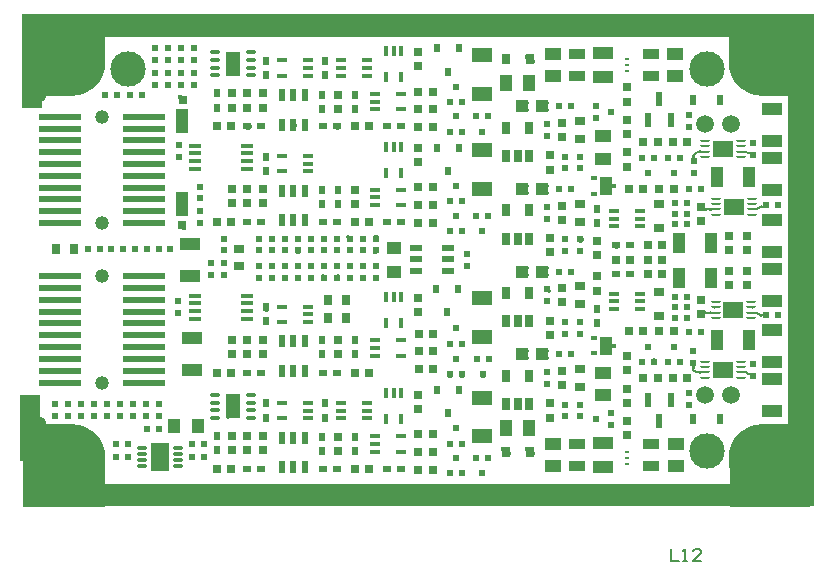
<source format=gbl>
G04 Layer_Physical_Order=12*
G04 Layer_Color=16711680*
%FSLAX44Y44*%
%MOMM*%
G71*
G01*
G75*
%ADD10R,1.4000X0.9500*%
%ADD11R,1.4000X1.0500*%
%ADD32R,1.6500X2.4000*%
G04:AMPARAMS|DCode=33|XSize=0.3mm|YSize=0.8mm|CornerRadius=0.075mm|HoleSize=0mm|Usage=FLASHONLY|Rotation=270.000|XOffset=0mm|YOffset=0mm|HoleType=Round|Shape=RoundedRectangle|*
%AMROUNDEDRECTD33*
21,1,0.3000,0.6500,0,0,270.0*
21,1,0.1500,0.8000,0,0,270.0*
1,1,0.1500,-0.3250,-0.0750*
1,1,0.1500,-0.3250,0.0750*
1,1,0.1500,0.3250,0.0750*
1,1,0.1500,0.3250,-0.0750*
%
%ADD33ROUNDEDRECTD33*%
%ADD39R,0.9000X0.8000*%
%ADD40R,0.6000X0.8000*%
%ADD41R,0.6500X1.1000*%
%ADD42R,0.6000X0.6000*%
%ADD43R,0.6000X0.6000*%
%ADD45R,1.3000X1.0000*%
%ADD46R,0.8000X0.9000*%
%ADD47R,1.7000X1.1000*%
%ADD48R,1.1000X1.7000*%
%ADD49R,1.1000X2.0000*%
%ADD50R,0.8000X0.8000*%
%ADD51C,0.2000*%
%ADD52C,0.3000*%
%ADD53C,0.4000*%
%ADD58R,1.1250X33.7300*%
%ADD61C,1.1900*%
%ADD62C,1.5000*%
%ADD63C,3.0000*%
%ADD64C,6.0000*%
%ADD65C,0.4000*%
%ADD66C,0.3000*%
%ADD67C,0.3500*%
%ADD68C,0.8000*%
%ADD69R,6.9750X4.2000*%
%ADD70R,1.2750X0.8500*%
%ADD71R,0.8500X1.2750*%
%ADD72R,0.8500X1.2750*%
%ADD73R,1.6750X5.5751*%
%ADD74R,1.6750X3.9000*%
%ADD75R,4.2000X6.9750*%
%ADD76R,6.9000X4.2000*%
%ADD77R,58.8500X1.3500*%
%ADD78R,58.8500X1.3500*%
%ADD79R,1.5750X33.7300*%
%ADD80R,0.8500X1.2750*%
%ADD81C,0.5000*%
%ADD82C,0.6000*%
%ADD89R,0.5000X0.6000*%
%ADD90R,0.7000X0.8000*%
%ADD91R,1.8000X1.0000*%
%ADD92R,1.8000X1.2500*%
%ADD93R,0.6000X0.5000*%
%ADD94R,0.6000X1.2000*%
%ADD95R,0.6000X1.1000*%
%ADD96R,1.0500X0.6000*%
%ADD97R,0.5500X0.8000*%
%ADD98R,1.1000X1.6000*%
%ADD99R,0.5000X0.4000*%
%ADD100R,0.6300X0.8300*%
%ADD101R,0.8500X0.3500*%
%ADD102R,3.5500X0.6100*%
G04:AMPARAMS|DCode=103|XSize=0.39mm|YSize=0.15mm|CornerRadius=0.0375mm|HoleSize=0mm|Usage=FLASHONLY|Rotation=180.000|XOffset=0mm|YOffset=0mm|HoleType=Round|Shape=RoundedRectangle|*
%AMROUNDEDRECTD103*
21,1,0.3900,0.0750,0,0,180.0*
21,1,0.3150,0.1500,0,0,180.0*
1,1,0.0750,-0.1575,0.0375*
1,1,0.0750,0.1575,0.0375*
1,1,0.0750,0.1575,-0.0375*
1,1,0.0750,-0.1575,-0.0375*
%
%ADD103ROUNDEDRECTD103*%
%ADD104R,0.7000X0.9000*%
%ADD105R,1.2000X2.1500*%
G04:AMPARAMS|DCode=106|XSize=0.35mm|YSize=0.8mm|CornerRadius=0.0875mm|HoleSize=0mm|Usage=FLASHONLY|Rotation=90.000|XOffset=0mm|YOffset=0mm|HoleType=Round|Shape=RoundedRectangle|*
%AMROUNDEDRECTD106*
21,1,0.3500,0.6250,0,0,90.0*
21,1,0.1750,0.8000,0,0,90.0*
1,1,0.1750,0.3125,0.0875*
1,1,0.1750,0.3125,-0.0875*
1,1,0.1750,-0.3125,-0.0875*
1,1,0.1750,-0.3125,0.0875*
%
%ADD106ROUNDEDRECTD106*%
%ADD107R,1.7500X1.4500*%
G04:AMPARAMS|DCode=108|XSize=0.25mm|YSize=0.8mm|CornerRadius=0.0625mm|HoleSize=0mm|Usage=FLASHONLY|Rotation=270.000|XOffset=0mm|YOffset=0mm|HoleType=Round|Shape=RoundedRectangle|*
%AMROUNDEDRECTD108*
21,1,0.2500,0.6750,0,0,270.0*
21,1,0.1250,0.8000,0,0,270.0*
1,1,0.1250,-0.3375,-0.0625*
1,1,0.1250,-0.3375,0.0625*
1,1,0.1250,0.3375,0.0625*
1,1,0.1250,0.3375,-0.0625*
%
%ADD108ROUNDEDRECTD108*%
%ADD109R,1.1000X1.0000*%
%ADD110R,1.0000X1.3000*%
G04:AMPARAMS|DCode=111|XSize=0.41mm|YSize=1.1mm|CornerRadius=0.1025mm|HoleSize=0mm|Usage=FLASHONLY|Rotation=90.000|XOffset=0mm|YOffset=0mm|HoleType=Round|Shape=RoundedRectangle|*
%AMROUNDEDRECTD111*
21,1,0.4100,0.8950,0,0,90.0*
21,1,0.2050,1.1000,0,0,90.0*
1,1,0.2050,0.4475,0.1025*
1,1,0.2050,0.4475,-0.1025*
1,1,0.2050,-0.4475,-0.1025*
1,1,0.2050,-0.4475,0.1025*
%
%ADD111ROUNDEDRECTD111*%
%ADD112R,0.8000X0.6000*%
%ADD113R,1.0500X1.4000*%
%ADD114R,0.8000X0.7000*%
%ADD115R,0.3500X0.8500*%
%ADD116R,58.8500X1.1300*%
%ADD117R,58.8500X1.1200*%
G36*
X98372Y134800D02*
X98286Y134876D01*
X98186Y134944D01*
X98072Y135004D01*
X97943Y135056D01*
X97800Y135100D01*
X97642Y135136D01*
X97470Y135164D01*
X97284Y135184D01*
X96868Y135200D01*
Y137200D01*
X97083Y137204D01*
X97470Y137236D01*
X97642Y137264D01*
X97800Y137300D01*
X97943Y137344D01*
X98072Y137396D01*
X98186Y137456D01*
X98286Y137524D01*
X98372Y137600D01*
Y134800D01*
D02*
G37*
G36*
X89064Y137524D02*
X89164Y137456D01*
X89278Y137396D01*
X89407Y137344D01*
X89550Y137300D01*
X89708Y137264D01*
X89880Y137236D01*
X90066Y137216D01*
X90482Y137200D01*
Y135200D01*
X90267Y135196D01*
X89880Y135164D01*
X89708Y135136D01*
X89550Y135100D01*
X89407Y135056D01*
X89278Y135004D01*
X89164Y134944D01*
X89064Y134876D01*
X88978Y134800D01*
Y137600D01*
X89064Y137524D01*
D02*
G37*
G36*
X381121Y135904D02*
X381096Y135848D01*
X381073Y135770D01*
X381054Y135672D01*
X381037Y135552D01*
X381013Y135247D01*
X381000Y134630D01*
X379000Y134514D01*
X378998Y134741D01*
X378953Y135434D01*
X378933Y135554D01*
X378908Y135653D01*
X378880Y135730D01*
X378848Y135786D01*
X378813Y135821D01*
X381149Y135938D01*
X381121Y135904D01*
D02*
G37*
G36*
X626438Y139351D02*
X626404Y139379D01*
X626348Y139405D01*
X626270Y139427D01*
X626171Y139446D01*
X626051Y139463D01*
X625747Y139487D01*
X625130Y139500D01*
X625014Y141500D01*
X625241Y141502D01*
X625934Y141547D01*
X626054Y141567D01*
X626153Y141592D01*
X626230Y141620D01*
X626286Y141652D01*
X626321Y141687D01*
X626438Y139351D01*
D02*
G37*
G36*
X617063Y151217D02*
X617045Y151366D01*
X616991Y151499D01*
X616900Y151616D01*
X616773Y151718D01*
X616610Y151804D01*
X616410Y151875D01*
X616175Y151930D01*
X615903Y151969D01*
X615594Y151992D01*
X615250Y152000D01*
Y154000D01*
X615594Y154008D01*
X615903Y154031D01*
X616175Y154071D01*
X616410Y154125D01*
X616610Y154196D01*
X616773Y154282D01*
X616900Y154384D01*
X616991Y154501D01*
X617045Y154634D01*
X617063Y154783D01*
Y151217D01*
D02*
G37*
G36*
X98372Y144800D02*
X98286Y144876D01*
X98186Y144944D01*
X98072Y145004D01*
X97943Y145056D01*
X97800Y145100D01*
X97642Y145136D01*
X97470Y145164D01*
X97284Y145184D01*
X96868Y145200D01*
Y147200D01*
X97083Y147204D01*
X97470Y147236D01*
X97642Y147264D01*
X97800Y147300D01*
X97943Y147344D01*
X98072Y147396D01*
X98186Y147456D01*
X98286Y147524D01*
X98372Y147600D01*
Y144800D01*
D02*
G37*
G36*
X89064Y147524D02*
X89164Y147456D01*
X89278Y147396D01*
X89407Y147344D01*
X89550Y147300D01*
X89708Y147264D01*
X89880Y147236D01*
X90066Y147216D01*
X90482Y147200D01*
Y145200D01*
X90267Y145196D01*
X89880Y145164D01*
X89708Y145136D01*
X89550Y145100D01*
X89407Y145056D01*
X89278Y145004D01*
X89164Y144944D01*
X89064Y144876D01*
X88978Y144800D01*
Y147600D01*
X89064Y147524D01*
D02*
G37*
G36*
X429231Y123296D02*
X429259Y123245D01*
X429300Y123182D01*
X429356Y123108D01*
X429510Y122927D01*
X429844Y122571D01*
X429959Y122455D01*
X430089Y122328D01*
X430459Y122006D01*
X430567Y121927D01*
X430666Y121863D01*
X430757Y121813D01*
X430840Y121777D01*
X430916Y121756D01*
X430983Y121750D01*
X429250Y120017D01*
X429244Y120084D01*
X429223Y120159D01*
X429187Y120243D01*
X429137Y120334D01*
X429073Y120433D01*
X428994Y120541D01*
X428793Y120779D01*
X428749Y120827D01*
X428539Y121008D01*
X428422Y121096D01*
X428312Y121168D01*
X428209Y121224D01*
X428113Y121264D01*
X428025Y121288D01*
X427944Y121297D01*
X427871Y121290D01*
X429217Y123336D01*
X429231Y123296D01*
D02*
G37*
G36*
X412231D02*
X412258Y123245D01*
X412300Y123182D01*
X412356Y123108D01*
X412509Y122927D01*
X412844Y122571D01*
X412959Y122455D01*
X413089Y122328D01*
X413459Y122006D01*
X413567Y121927D01*
X413666Y121863D01*
X413757Y121813D01*
X413840Y121777D01*
X413915Y121756D01*
X413982Y121750D01*
X412250Y120017D01*
X412243Y120084D01*
X412222Y120159D01*
X412187Y120243D01*
X412137Y120334D01*
X412073Y120433D01*
X411994Y120541D01*
X411793Y120779D01*
X411748Y120827D01*
X411539Y121008D01*
X411421Y121096D01*
X411311Y121168D01*
X411208Y121224D01*
X411113Y121264D01*
X411025Y121288D01*
X410944Y121297D01*
X410870Y121290D01*
X412217Y123336D01*
X412231Y123296D01*
D02*
G37*
G36*
X103572Y114800D02*
X103486Y114876D01*
X103386Y114944D01*
X103272Y115004D01*
X103143Y115056D01*
X103000Y115100D01*
X102842Y115136D01*
X102670Y115164D01*
X102484Y115184D01*
X102407Y115187D01*
X102130Y115164D01*
X101958Y115136D01*
X101800Y115100D01*
X101657Y115056D01*
X101528Y115004D01*
X101414Y114944D01*
X101314Y114876D01*
X101228Y114800D01*
Y117600D01*
X101314Y117524D01*
X101414Y117456D01*
X101528Y117396D01*
X101657Y117344D01*
X101800Y117300D01*
X101958Y117264D01*
X102130Y117236D01*
X102316Y117216D01*
X102393Y117213D01*
X102670Y117236D01*
X102842Y117264D01*
X103000Y117300D01*
X103143Y117344D01*
X103272Y117396D01*
X103386Y117456D01*
X103486Y117524D01*
X103572Y117600D01*
Y114800D01*
D02*
G37*
G36*
X105107Y124815D02*
X105021Y124888D01*
X104920Y124953D01*
X104805Y125011D01*
X104675Y125061D01*
X104531Y125104D01*
X104373Y125138D01*
X104201Y125165D01*
X103813Y125196D01*
X103598Y125200D01*
X103540Y127200D01*
X103755Y127204D01*
X104141Y127237D01*
X104313Y127266D01*
X104470Y127303D01*
X104612Y127349D01*
X104740Y127403D01*
X104854Y127465D01*
X104953Y127535D01*
X105037Y127614D01*
X105107Y124815D01*
D02*
G37*
G36*
X607121Y133904D02*
X607096Y133848D01*
X607073Y133770D01*
X607054Y133672D01*
X607037Y133551D01*
X607014Y133247D01*
X607000Y132630D01*
X605000Y132514D01*
X604998Y132740D01*
X604953Y133434D01*
X604933Y133554D01*
X604908Y133653D01*
X604880Y133730D01*
X604849Y133786D01*
X604813Y133821D01*
X607149Y133938D01*
X607121Y133904D01*
D02*
G37*
G36*
X580121D02*
X580095Y133848D01*
X580073Y133770D01*
X580054Y133672D01*
X580037Y133551D01*
X580013Y133247D01*
X580000Y132630D01*
X578000Y132514D01*
X577998Y132740D01*
X577953Y133434D01*
X577933Y133554D01*
X577908Y133653D01*
X577880Y133730D01*
X577849Y133786D01*
X577813Y133821D01*
X580149Y133938D01*
X580121Y133904D01*
D02*
G37*
G36*
X16514Y127574D02*
X16614Y127506D01*
X16728Y127446D01*
X16857Y127394D01*
X17000Y127350D01*
X17158Y127314D01*
X17330Y127286D01*
X17516Y127266D01*
X17932Y127250D01*
Y125250D01*
X17717Y125246D01*
X17330Y125214D01*
X17158Y125186D01*
X17000Y125150D01*
X16857Y125106D01*
X16728Y125054D01*
X16614Y124994D01*
X16514Y124926D01*
X16428Y124850D01*
Y127650D01*
X16514Y127574D01*
D02*
G37*
G36*
X568457Y157060D02*
X568518Y156890D01*
X568619Y156740D01*
X568761Y156610D01*
X568944Y156500D01*
X569168Y156410D01*
X569431Y156340D01*
X569736Y156290D01*
X570081Y156260D01*
X570467Y156250D01*
Y154250D01*
X570081Y154240D01*
X569736Y154210D01*
X569431Y154160D01*
X569168Y154090D01*
X568944Y154000D01*
X568761Y153890D01*
X568619Y153760D01*
X568518Y153610D01*
X568457Y153440D01*
X568437Y153250D01*
Y157250D01*
X568457Y157060D01*
D02*
G37*
G36*
X626438Y164351D02*
X626404Y164379D01*
X626348Y164404D01*
X626270Y164427D01*
X626171Y164446D01*
X626051Y164463D01*
X625747Y164487D01*
X625130Y164500D01*
X625014Y166500D01*
X625241Y166502D01*
X625934Y166547D01*
X626054Y166567D01*
X626153Y166591D01*
X626230Y166620D01*
X626286Y166651D01*
X626321Y166687D01*
X626438Y164351D01*
D02*
G37*
G36*
X139679Y162200D02*
X139661Y162209D01*
X139625Y162218D01*
X139573Y162225D01*
X139418Y162237D01*
X138903Y162250D01*
X138732Y162250D01*
Y164250D01*
X139679Y164300D01*
Y162200D01*
D02*
G37*
G36*
X609119Y158786D02*
X608271Y158750D01*
X607801Y160750D01*
X607971Y160751D01*
X608578Y160788D01*
X608651Y160802D01*
X608706Y160818D01*
X608746Y160836D01*
X608769Y160857D01*
X609119Y158786D01*
D02*
G37*
G36*
X89064Y167524D02*
X89164Y167456D01*
X89278Y167396D01*
X89407Y167344D01*
X89550Y167300D01*
X89708Y167264D01*
X89880Y167236D01*
X90066Y167216D01*
X90482Y167200D01*
Y165200D01*
X90267Y165196D01*
X89880Y165164D01*
X89708Y165136D01*
X89550Y165100D01*
X89407Y165056D01*
X89278Y165004D01*
X89164Y164944D01*
X89064Y164876D01*
X88978Y164800D01*
Y167600D01*
X89064Y167524D01*
D02*
G37*
G36*
X381221Y168628D02*
X381195Y168572D01*
X381173Y168495D01*
X381154Y168396D01*
X381137Y168276D01*
X381114Y167972D01*
X381100Y167354D01*
X379100Y167239D01*
X379098Y167465D01*
X379053Y168158D01*
X379033Y168279D01*
X379008Y168377D01*
X378980Y168455D01*
X378949Y168511D01*
X378913Y168546D01*
X381249Y168663D01*
X381221Y168628D01*
D02*
G37*
G36*
X31048Y164902D02*
X30961Y164958D01*
X30860Y165009D01*
X30745Y165054D01*
X30614Y165093D01*
X30470Y165126D01*
X30311Y165152D01*
X29949Y165188D01*
X29747Y165197D01*
X29530Y165200D01*
X29177Y167200D01*
X29391Y167205D01*
X29774Y167243D01*
X29943Y167275D01*
X30096Y167318D01*
X30233Y167369D01*
X30355Y167430D01*
X30461Y167501D01*
X30552Y167581D01*
X30628Y167670D01*
X31048Y164902D01*
D02*
G37*
G36*
X98372Y164800D02*
X98286Y164876D01*
X98186Y164944D01*
X98072Y165004D01*
X97943Y165056D01*
X97800Y165100D01*
X97642Y165136D01*
X97470Y165164D01*
X97284Y165184D01*
X96868Y165200D01*
Y167200D01*
X97083Y167204D01*
X97470Y167236D01*
X97642Y167264D01*
X97800Y167300D01*
X97943Y167344D01*
X98072Y167396D01*
X98186Y167456D01*
X98286Y167524D01*
X98372Y167600D01*
Y164800D01*
D02*
G37*
G36*
X611353Y156315D02*
X611408Y156301D01*
X611494Y156289D01*
X611764Y156270D01*
X613000Y156250D01*
Y154250D01*
X611330Y154170D01*
Y156330D01*
X611353Y156315D01*
D02*
G37*
G36*
X573670Y154170D02*
X573643Y154185D01*
X573578Y154199D01*
X573473Y154211D01*
X573145Y154230D01*
X571637Y154250D01*
Y156250D01*
X573670Y156330D01*
Y154170D01*
D02*
G37*
G36*
X568184Y154250D02*
X567966Y154246D01*
X567594Y154209D01*
X567442Y154178D01*
X567311Y154137D01*
X567203Y154088D01*
X567117Y154030D01*
X567052Y153962D01*
X567010Y153885D01*
X566990Y153800D01*
X565440Y155951D01*
X567761Y156250D01*
X568184Y154250D01*
D02*
G37*
G36*
X89064Y157524D02*
X89164Y157456D01*
X89278Y157396D01*
X89407Y157344D01*
X89550Y157300D01*
X89708Y157264D01*
X89880Y157236D01*
X90066Y157216D01*
X90482Y157200D01*
Y155200D01*
X90267Y155196D01*
X89880Y155164D01*
X89708Y155136D01*
X89550Y155100D01*
X89407Y155056D01*
X89278Y155004D01*
X89164Y154944D01*
X89064Y154876D01*
X88978Y154800D01*
Y157600D01*
X89064Y157524D01*
D02*
G37*
G36*
X576254Y160836D02*
X576294Y160818D01*
X576350Y160802D01*
X576422Y160788D01*
X576510Y160777D01*
X576737Y160760D01*
X577199Y160750D01*
X576729Y158750D01*
X575881Y158786D01*
X576231Y160857D01*
X576254Y160836D01*
D02*
G37*
G36*
X182822Y155350D02*
X182736Y155426D01*
X182636Y155494D01*
X182522Y155554D01*
X182393Y155606D01*
X182250Y155650D01*
X182092Y155686D01*
X181920Y155714D01*
X181734Y155734D01*
X181318Y155750D01*
Y157750D01*
X181533Y157754D01*
X181920Y157786D01*
X182092Y157814D01*
X182250Y157850D01*
X182393Y157894D01*
X182522Y157946D01*
X182636Y158006D01*
X182736Y158074D01*
X182822Y158150D01*
Y155350D01*
D02*
G37*
G36*
X98372Y154800D02*
X98286Y154876D01*
X98186Y154944D01*
X98072Y155004D01*
X97943Y155056D01*
X97800Y155100D01*
X97642Y155136D01*
X97470Y155164D01*
X97284Y155184D01*
X96868Y155200D01*
Y157200D01*
X97083Y157204D01*
X97470Y157236D01*
X97642Y157264D01*
X97800Y157300D01*
X97943Y157344D01*
X98072Y157396D01*
X98186Y157456D01*
X98286Y157524D01*
X98372Y157600D01*
Y154800D01*
D02*
G37*
G36*
X17964Y97524D02*
X18064Y97456D01*
X18178Y97396D01*
X18307Y97344D01*
X18450Y97300D01*
X18607Y97264D01*
X18779Y97236D01*
X18966Y97216D01*
X19382Y97200D01*
Y95200D01*
X19167Y95196D01*
X18779Y95164D01*
X18607Y95136D01*
X18450Y95100D01*
X18307Y95056D01*
X18178Y95004D01*
X18064Y94944D01*
X17964Y94876D01*
X17878Y94800D01*
Y97600D01*
X17964Y97524D01*
D02*
G37*
G36*
X381121Y84903D02*
X381096Y84847D01*
X381073Y84770D01*
X381054Y84671D01*
X381037Y84551D01*
X381013Y84247D01*
X381000Y83630D01*
X379000Y83514D01*
X378998Y83740D01*
X378953Y84434D01*
X378933Y84554D01*
X378908Y84653D01*
X378880Y84730D01*
X378848Y84786D01*
X378813Y84821D01*
X381149Y84938D01*
X381121Y84903D01*
D02*
G37*
G36*
X626438Y69851D02*
X626404Y69879D01*
X626348Y69904D01*
X626270Y69927D01*
X626171Y69946D01*
X626051Y69963D01*
X625747Y69987D01*
X625130Y70000D01*
X625014Y72000D01*
X625241Y72002D01*
X625934Y72047D01*
X626054Y72067D01*
X626153Y72091D01*
X626230Y72120D01*
X626286Y72151D01*
X626321Y72187D01*
X626438Y69851D01*
D02*
G37*
G36*
X27271Y94800D02*
X27186Y94876D01*
X27086Y94944D01*
X26971Y95004D01*
X26843Y95056D01*
X26700Y95100D01*
X26542Y95136D01*
X26370Y95164D01*
X26184Y95184D01*
X25768Y95200D01*
Y97200D01*
X25983Y97204D01*
X26370Y97236D01*
X26542Y97264D01*
X26700Y97300D01*
X26843Y97344D01*
X26971Y97396D01*
X27086Y97456D01*
X27186Y97524D01*
X27271Y97600D01*
Y94800D01*
D02*
G37*
G36*
X626438Y99851D02*
X626404Y99879D01*
X626348Y99905D01*
X626270Y99927D01*
X626171Y99946D01*
X626051Y99963D01*
X625747Y99987D01*
X625130Y100000D01*
X625014Y102000D01*
X625241Y102002D01*
X625934Y102047D01*
X626054Y102067D01*
X626153Y102092D01*
X626230Y102120D01*
X626286Y102152D01*
X626321Y102187D01*
X626438Y99851D01*
D02*
G37*
G36*
X98372Y94800D02*
X98286Y94876D01*
X98186Y94944D01*
X98072Y95004D01*
X97943Y95056D01*
X97800Y95100D01*
X97642Y95136D01*
X97470Y95164D01*
X97284Y95184D01*
X96868Y95200D01*
Y97200D01*
X97083Y97204D01*
X97470Y97236D01*
X97642Y97264D01*
X97800Y97300D01*
X97943Y97344D01*
X98072Y97396D01*
X98186Y97456D01*
X98286Y97524D01*
X98372Y97600D01*
Y94800D01*
D02*
G37*
G36*
X89064Y97524D02*
X89164Y97456D01*
X89278Y97396D01*
X89407Y97344D01*
X89550Y97300D01*
X89708Y97264D01*
X89880Y97236D01*
X90066Y97216D01*
X90482Y97200D01*
Y95200D01*
X90267Y95196D01*
X89880Y95164D01*
X89708Y95136D01*
X89550Y95100D01*
X89407Y95056D01*
X89278Y95004D01*
X89164Y94944D01*
X89064Y94876D01*
X88978Y94800D01*
Y97600D01*
X89064Y97524D01*
D02*
G37*
G36*
X442408Y43040D02*
X442330Y43127D01*
X442237Y43205D01*
X442129Y43274D01*
X442006Y43334D01*
X441867Y43385D01*
X441713Y43426D01*
X441544Y43459D01*
X441360Y43482D01*
X441161Y43495D01*
X440946Y43500D01*
X441239Y45500D01*
X441455Y45503D01*
X442019Y45551D01*
X442178Y45580D01*
X442323Y45614D01*
X442453Y45656D01*
X442569Y45703D01*
X442671Y45757D01*
X442758Y45818D01*
X442408Y43040D01*
D02*
G37*
G36*
X111324Y40236D02*
X111256Y40136D01*
X111196Y40022D01*
X111144Y39893D01*
X111100Y39750D01*
X111064Y39592D01*
X111036Y39420D01*
X111016Y39234D01*
X111000Y38818D01*
X109000D01*
X108996Y39033D01*
X108964Y39420D01*
X108936Y39592D01*
X108900Y39750D01*
X108856Y39893D01*
X108804Y40022D01*
X108744Y40136D01*
X108676Y40236D01*
X108600Y40322D01*
X111400D01*
X111324Y40236D01*
D02*
G37*
G36*
X481321Y26221D02*
X481377Y26195D01*
X481455Y26173D01*
X481554Y26154D01*
X481674Y26137D01*
X481978Y26114D01*
X482595Y26100D01*
X482711Y24100D01*
X482485Y24098D01*
X481791Y24053D01*
X481671Y24033D01*
X481572Y24008D01*
X481495Y23980D01*
X481439Y23949D01*
X481404Y23913D01*
X481287Y26249D01*
X481321Y26221D01*
D02*
G37*
G36*
X540764Y45824D02*
X540864Y45756D01*
X540978Y45696D01*
X541107Y45644D01*
X541250Y45600D01*
X541408Y45564D01*
X541580Y45536D01*
X541766Y45516D01*
X542182Y45500D01*
Y43500D01*
X541967Y43496D01*
X541580Y43464D01*
X541408Y43436D01*
X541250Y43400D01*
X541107Y43356D01*
X540978Y43304D01*
X540864Y43244D01*
X540764Y43176D01*
X540678Y43100D01*
Y45900D01*
X540764Y45824D01*
D02*
G37*
G36*
X401402Y57535D02*
X401447Y56841D01*
X401467Y56721D01*
X401491Y56623D01*
X401520Y56545D01*
X401551Y56489D01*
X401587Y56454D01*
X399251Y56337D01*
X399279Y56371D01*
X399304Y56427D01*
X399327Y56505D01*
X399346Y56604D01*
X399362Y56724D01*
X399386Y57028D01*
X399400Y57645D01*
X401400Y57761D01*
X401402Y57535D01*
D02*
G37*
G36*
X381121Y51904D02*
X381096Y51848D01*
X381073Y51770D01*
X381054Y51672D01*
X381037Y51551D01*
X381013Y51247D01*
X381000Y50630D01*
X379000Y50514D01*
X378998Y50741D01*
X378953Y51434D01*
X378933Y51554D01*
X378908Y51653D01*
X378880Y51730D01*
X378848Y51786D01*
X378813Y51821D01*
X381149Y51938D01*
X381121Y51904D01*
D02*
G37*
G36*
X483671Y46129D02*
X483646Y46073D01*
X483623Y45995D01*
X483604Y45896D01*
X483587Y45776D01*
X483563Y45472D01*
X483550Y44855D01*
X481550Y44739D01*
X481548Y44965D01*
X481503Y45659D01*
X481483Y45779D01*
X481458Y45877D01*
X481430Y45955D01*
X481399Y46011D01*
X481363Y46046D01*
X483699Y46163D01*
X483671Y46129D01*
D02*
G37*
G36*
X606063Y102344D02*
X606052Y102374D01*
X606016Y102400D01*
X605957Y102423D01*
X605874Y102444D01*
X605767Y102461D01*
X605482Y102486D01*
X605102Y102498D01*
X604877Y102500D01*
Y104500D01*
X605102Y104501D01*
X605874Y104556D01*
X605957Y104577D01*
X606016Y104600D01*
X606052Y104626D01*
X606063Y104656D01*
Y102344D01*
D02*
G37*
G36*
X560174Y110986D02*
X560106Y110886D01*
X560046Y110772D01*
X559994Y110643D01*
X559950Y110499D01*
X559914Y110342D01*
X559886Y110170D01*
X559866Y109984D01*
X559850Y109568D01*
X557850D01*
X557846Y109783D01*
X557814Y110170D01*
X557786Y110342D01*
X557750Y110499D01*
X557706Y110643D01*
X557654Y110772D01*
X557594Y110886D01*
X557526Y110986D01*
X557450Y111072D01*
X560250D01*
X560174Y110986D01*
D02*
G37*
G36*
X600619Y108286D02*
X599771Y108250D01*
X599301Y110250D01*
X599472Y110251D01*
X600078Y110288D01*
X600150Y110302D01*
X600206Y110318D01*
X600246Y110336D01*
X600269Y110357D01*
X600619Y108286D01*
D02*
G37*
G36*
X567754Y110336D02*
X567794Y110318D01*
X567850Y110302D01*
X567922Y110288D01*
X568010Y110277D01*
X568237Y110260D01*
X568699Y110250D01*
X568229Y108250D01*
X567381Y108286D01*
X567731Y110357D01*
X567754Y110336D01*
D02*
G37*
G36*
X626438Y110851D02*
X626404Y110879D01*
X626348Y110904D01*
X626270Y110927D01*
X626171Y110946D01*
X626051Y110963D01*
X625747Y110986D01*
X625130Y111000D01*
X625014Y113000D01*
X625241Y113002D01*
X625934Y113047D01*
X626054Y113067D01*
X626153Y113091D01*
X626230Y113120D01*
X626286Y113151D01*
X626321Y113187D01*
X626438Y110851D01*
D02*
G37*
G36*
X98372Y114800D02*
X98286Y114876D01*
X98186Y114944D01*
X98072Y115004D01*
X97943Y115056D01*
X97800Y115100D01*
X97642Y115136D01*
X97470Y115164D01*
X97284Y115184D01*
X96868Y115200D01*
Y117200D01*
X97083Y117204D01*
X97470Y117236D01*
X97642Y117264D01*
X97800Y117300D01*
X97943Y117344D01*
X98072Y117396D01*
X98186Y117456D01*
X98286Y117524D01*
X98372Y117600D01*
Y114800D01*
D02*
G37*
G36*
X89064Y117524D02*
X89164Y117456D01*
X89278Y117396D01*
X89407Y117344D01*
X89550Y117300D01*
X89708Y117264D01*
X89880Y117236D01*
X90066Y117216D01*
X90482Y117200D01*
Y115200D01*
X90267Y115196D01*
X89880Y115164D01*
X89708Y115136D01*
X89550Y115100D01*
X89407Y115056D01*
X89278Y115004D01*
X89164Y114944D01*
X89064Y114876D01*
X88978Y114800D01*
Y117600D01*
X89064Y117524D01*
D02*
G37*
G36*
X17664Y117223D02*
X17764Y117155D01*
X17878Y117095D01*
X18007Y117043D01*
X18150Y116999D01*
X18308Y116963D01*
X18480Y116935D01*
X18666Y116915D01*
X19082Y116899D01*
Y114899D01*
X18867Y114895D01*
X18480Y114863D01*
X18308Y114835D01*
X18150Y114799D01*
X18007Y114755D01*
X17878Y114703D01*
X17764Y114643D01*
X17664Y114575D01*
X17578Y114499D01*
Y117299D01*
X17664Y117223D01*
D02*
G37*
G36*
X98372Y104800D02*
X98286Y104876D01*
X98186Y104944D01*
X98072Y105004D01*
X97943Y105056D01*
X97800Y105100D01*
X97642Y105136D01*
X97470Y105164D01*
X97284Y105184D01*
X96868Y105200D01*
Y107200D01*
X97083Y107204D01*
X97470Y107236D01*
X97642Y107264D01*
X97800Y107300D01*
X97943Y107344D01*
X98072Y107396D01*
X98186Y107456D01*
X98286Y107524D01*
X98372Y107600D01*
Y104800D01*
D02*
G37*
G36*
X89064Y107524D02*
X89164Y107456D01*
X89278Y107396D01*
X89407Y107344D01*
X89550Y107300D01*
X89708Y107264D01*
X89880Y107236D01*
X90066Y107216D01*
X90482Y107200D01*
Y105200D01*
X90267Y105196D01*
X89880Y105164D01*
X89708Y105136D01*
X89550Y105100D01*
X89407Y105056D01*
X89278Y105004D01*
X89164Y104944D01*
X89064Y104876D01*
X88978Y104800D01*
Y107600D01*
X89064Y107524D01*
D02*
G37*
G36*
X565170Y103670D02*
X565144Y103685D01*
X565078Y103699D01*
X564973Y103711D01*
X564645Y103730D01*
X563137Y103750D01*
Y105750D01*
X565170Y105830D01*
Y103670D01*
D02*
G37*
G36*
X134707Y105793D02*
X134603Y105683D01*
X134515Y105579D01*
X134442Y105479D01*
X134385Y105384D01*
X134344Y105294D01*
X134319Y105209D01*
X134309Y105128D01*
X134316Y105052D01*
X134337Y104982D01*
X134375Y104916D01*
X131799Y105509D01*
X133293Y107207D01*
X134707Y105793D01*
D02*
G37*
G36*
X560660Y109513D02*
X560490Y109453D01*
X560340Y109353D01*
X560210Y109213D01*
X560100Y109033D01*
X560010Y108813D01*
X559940Y108553D01*
X559890Y108253D01*
X559860Y107913D01*
X559850Y107533D01*
X557850D01*
X557840Y107913D01*
X557810Y108253D01*
X557760Y108553D01*
X557690Y108813D01*
X557600Y109033D01*
X557490Y109213D01*
X557360Y109353D01*
X557210Y109453D01*
X557040Y109513D01*
X556850Y109533D01*
X560850D01*
X560660Y109513D01*
D02*
G37*
G36*
X136572Y105100D02*
X136486Y105176D01*
X136386Y105244D01*
X136272Y105304D01*
X136143Y105356D01*
X136000Y105400D01*
X135842Y105436D01*
X135670Y105464D01*
X135484Y105484D01*
X135068Y105500D01*
Y107500D01*
X135283Y107504D01*
X135670Y107536D01*
X135842Y107564D01*
X136000Y107600D01*
X136143Y107644D01*
X136272Y107696D01*
X136386Y107756D01*
X136486Y107824D01*
X136572Y107900D01*
Y105100D01*
D02*
G37*
G36*
X18264Y107824D02*
X18364Y107756D01*
X18478Y107696D01*
X18607Y107644D01*
X18750Y107600D01*
X18908Y107564D01*
X19080Y107536D01*
X19266Y107516D01*
X19682Y107500D01*
Y105500D01*
X19467Y105496D01*
X19080Y105464D01*
X18908Y105436D01*
X18750Y105400D01*
X18607Y105356D01*
X18478Y105304D01*
X18364Y105244D01*
X18264Y105176D01*
X18178Y105100D01*
Y107900D01*
X18264Y107824D01*
D02*
G37*
G36*
X10964Y177524D02*
X11064Y177456D01*
X11178Y177396D01*
X11307Y177344D01*
X11450Y177300D01*
X11608Y177264D01*
X11780Y177236D01*
X11966Y177216D01*
X12382Y177200D01*
Y175200D01*
X12167Y175196D01*
X11780Y175164D01*
X11608Y175136D01*
X11450Y175100D01*
X11307Y175056D01*
X11178Y175004D01*
X11064Y174944D01*
X10964Y174876D01*
X10878Y174800D01*
Y177600D01*
X10964Y177524D01*
D02*
G37*
G36*
X565170Y290670D02*
X565144Y290685D01*
X565078Y290699D01*
X564973Y290711D01*
X564645Y290730D01*
X563137Y290750D01*
Y292750D01*
X565170Y292830D01*
Y290670D01*
D02*
G37*
G36*
X81369Y292472D02*
X81471Y292415D01*
X81587Y292365D01*
X81717Y292321D01*
X81862Y292284D01*
X82021Y292254D01*
X82194Y292230D01*
X82584Y292204D01*
X82800Y292200D01*
X83033Y290200D01*
X82818Y290196D01*
X82434Y290160D01*
X82264Y290128D01*
X82109Y290088D01*
X81970Y290038D01*
X81845Y289980D01*
X81735Y289912D01*
X81641Y289835D01*
X81561Y289750D01*
X81281Y292536D01*
X81369Y292472D01*
D02*
G37*
G36*
X606063Y289344D02*
X606051Y289374D01*
X606016Y289400D01*
X605957Y289424D01*
X605873Y289444D01*
X605767Y289461D01*
X605482Y289486D01*
X605102Y289499D01*
X604877Y289500D01*
Y291500D01*
X605102Y291502D01*
X605873Y291556D01*
X605957Y291576D01*
X606016Y291600D01*
X606051Y291626D01*
X606063Y291656D01*
Y289344D01*
D02*
G37*
G36*
X381121Y295403D02*
X381096Y295347D01*
X381073Y295270D01*
X381054Y295171D01*
X381037Y295051D01*
X381014Y294747D01*
X381000Y294130D01*
X379000Y294014D01*
X378998Y294240D01*
X378953Y294934D01*
X378933Y295054D01*
X378909Y295152D01*
X378881Y295230D01*
X378849Y295286D01*
X378813Y295321D01*
X381149Y295438D01*
X381121Y295403D01*
D02*
G37*
G36*
X182375Y295583D02*
X182341Y295615D01*
X182285Y295643D01*
X182208Y295668D01*
X182109Y295690D01*
X181989Y295708D01*
X181685Y295735D01*
X181295Y295748D01*
X181068Y295750D01*
X181068Y297750D01*
X181295Y297752D01*
X182109Y297810D01*
X182207Y297831D01*
X182285Y297856D01*
X182341Y297885D01*
X182375Y297916D01*
X182375Y295583D01*
D02*
G37*
G36*
X600619Y295286D02*
X599771Y295250D01*
X599301Y297250D01*
X599472Y297251D01*
X600078Y297288D01*
X600150Y297302D01*
X600206Y297318D01*
X600246Y297336D01*
X600269Y297357D01*
X600619Y295286D01*
D02*
G37*
G36*
X567754Y297336D02*
X567794Y297318D01*
X567850Y297302D01*
X567922Y297288D01*
X568010Y297277D01*
X568237Y297260D01*
X568699Y297250D01*
X568229Y295250D01*
X567381Y295286D01*
X567731Y297357D01*
X567754Y297336D01*
D02*
G37*
G36*
X135659Y284885D02*
X135715Y284857D01*
X135792Y284832D01*
X135891Y284810D01*
X136011Y284792D01*
X136315Y284765D01*
X136705Y284752D01*
X136932Y284750D01*
X136932Y282750D01*
X136705Y282749D01*
X135891Y282690D01*
X135793Y282669D01*
X135715Y282644D01*
X135659Y282615D01*
X135625Y282584D01*
X135625Y284916D01*
X135659Y284885D01*
D02*
G37*
G36*
X80733Y282598D02*
X80786Y282515D01*
X80860Y282441D01*
X80954Y282377D01*
X81068Y282323D01*
X81204Y282279D01*
X81359Y282244D01*
X81535Y282220D01*
X81732Y282205D01*
X81949Y282200D01*
X81652Y280200D01*
X79338Y280338D01*
X80701Y282692D01*
X80733Y282598D01*
D02*
G37*
G36*
X607121Y271404D02*
X607095Y271348D01*
X607073Y271270D01*
X607053Y271172D01*
X607037Y271051D01*
X607013Y270747D01*
X607000Y270130D01*
X605000Y270014D01*
X604998Y270241D01*
X604953Y270934D01*
X604932Y271054D01*
X604908Y271153D01*
X604880Y271230D01*
X604848Y271286D01*
X604813Y271321D01*
X607149Y271438D01*
X607121Y271404D01*
D02*
G37*
G36*
X626438Y283351D02*
X626403Y283379D01*
X626348Y283404D01*
X626270Y283427D01*
X626171Y283446D01*
X626051Y283462D01*
X625747Y283486D01*
X625130Y283500D01*
X625014Y285500D01*
X625240Y285502D01*
X625934Y285546D01*
X626054Y285567D01*
X626152Y285591D01*
X626230Y285619D01*
X626286Y285651D01*
X626321Y285687D01*
X626438Y283351D01*
D02*
G37*
G36*
X138822Y288850D02*
X138736Y288926D01*
X138636Y288994D01*
X138522Y289054D01*
X138393Y289106D01*
X138250Y289150D01*
X138092Y289186D01*
X137920Y289214D01*
X137734Y289234D01*
X137318Y289250D01*
Y291250D01*
X137533Y291254D01*
X137920Y291286D01*
X138092Y291314D01*
X138250Y291350D01*
X138393Y291394D01*
X138522Y291446D01*
X138636Y291506D01*
X138736Y291574D01*
X138822Y291650D01*
Y288850D01*
D02*
G37*
G36*
X560010Y288581D02*
X560040Y288236D01*
X560090Y287932D01*
X560160Y287668D01*
X560250Y287444D01*
X560360Y287262D01*
X560490Y287119D01*
X560640Y287018D01*
X560810Y286957D01*
X561000Y286937D01*
X557000D01*
X557190Y286957D01*
X557360Y287018D01*
X557510Y287119D01*
X557640Y287262D01*
X557750Y287444D01*
X557840Y287668D01*
X557910Y287932D01*
X557960Y288236D01*
X557990Y288581D01*
X558000Y288967D01*
X560000D01*
X560010Y288581D01*
D02*
G37*
G36*
X560004Y286717D02*
X560036Y286330D01*
X560064Y286158D01*
X560100Y286000D01*
X560144Y285857D01*
X560196Y285728D01*
X560256Y285614D01*
X560324Y285514D01*
X560400Y285428D01*
X557600D01*
X557676Y285514D01*
X557744Y285614D01*
X557804Y285728D01*
X557856Y285857D01*
X557900Y286000D01*
X557936Y286158D01*
X557964Y286330D01*
X557984Y286516D01*
X558000Y286932D01*
X560000D01*
X560004Y286717D01*
D02*
G37*
G36*
X626438Y297851D02*
X626403Y297879D01*
X626348Y297905D01*
X626270Y297927D01*
X626171Y297946D01*
X626051Y297963D01*
X625747Y297987D01*
X625130Y298000D01*
X625014Y300000D01*
X625240Y300002D01*
X625934Y300047D01*
X626054Y300067D01*
X626152Y300092D01*
X626230Y300120D01*
X626286Y300152D01*
X626321Y300187D01*
X626438Y297851D01*
D02*
G37*
G36*
X524322Y354350D02*
X524236Y354426D01*
X524136Y354494D01*
X524022Y354554D01*
X523893Y354606D01*
X523750Y354650D01*
X523592Y354686D01*
X523420Y354714D01*
X523234Y354734D01*
X522818Y354750D01*
X522818Y356750D01*
X523033Y356754D01*
X523420Y356786D01*
X523592Y356814D01*
X523750Y356850D01*
X523893Y356894D01*
X524022Y356946D01*
X524136Y357006D01*
X524236Y357074D01*
X524322Y357150D01*
X524322Y354350D01*
D02*
G37*
G36*
X401621Y351404D02*
X401595Y351348D01*
X401573Y351270D01*
X401554Y351172D01*
X401537Y351051D01*
X401513Y350747D01*
X401500Y350130D01*
X399500Y350014D01*
X399498Y350241D01*
X399453Y350934D01*
X399433Y351054D01*
X399408Y351153D01*
X399380Y351230D01*
X399349Y351286D01*
X399313Y351321D01*
X401649Y351438D01*
X401621Y351404D01*
D02*
G37*
G36*
X381121Y341904D02*
X381096Y341848D01*
X381073Y341770D01*
X381054Y341672D01*
X381037Y341552D01*
X381013Y341247D01*
X381000Y340630D01*
X379000Y340514D01*
X378998Y340741D01*
X378953Y341434D01*
X378933Y341554D01*
X378908Y341653D01*
X378880Y341730D01*
X378848Y341786D01*
X378813Y341821D01*
X381149Y341938D01*
X381121Y341904D01*
D02*
G37*
G36*
X479764Y359074D02*
X479864Y359006D01*
X479978Y358946D01*
X480107Y358894D01*
X480250Y358850D01*
X480408Y358814D01*
X480580Y358786D01*
X480766Y358766D01*
X481182Y358750D01*
Y356750D01*
X480967Y356746D01*
X480580Y356714D01*
X480408Y356686D01*
X480250Y356650D01*
X480107Y356606D01*
X479978Y356554D01*
X479864Y356494D01*
X479764Y356426D01*
X479678Y356350D01*
Y359150D01*
X479764Y359074D01*
D02*
G37*
G36*
X481046Y376121D02*
X481102Y376096D01*
X481180Y376073D01*
X481278Y376054D01*
X481399Y376037D01*
X481703Y376013D01*
X482320Y376000D01*
X482436Y374000D01*
X482210Y373998D01*
X481516Y373953D01*
X481396Y373933D01*
X481297Y373908D01*
X481220Y373880D01*
X481164Y373849D01*
X481129Y373813D01*
X481012Y376149D01*
X481046Y376121D01*
D02*
G37*
G36*
X381121Y374903D02*
X381096Y374847D01*
X381073Y374770D01*
X381054Y374671D01*
X381037Y374551D01*
X381013Y374247D01*
X381000Y373629D01*
X379000Y373514D01*
X378998Y373740D01*
X378953Y374434D01*
X378933Y374554D01*
X378908Y374652D01*
X378880Y374730D01*
X378848Y374786D01*
X378813Y374821D01*
X381149Y374938D01*
X381121Y374903D01*
D02*
G37*
G36*
X436580Y375757D02*
X436681Y375703D01*
X436797Y375655D01*
X436928Y375614D01*
X437072Y375579D01*
X437231Y375551D01*
X437593Y375513D01*
X437795Y375503D01*
X438011Y375500D01*
X438304Y373500D01*
X438089Y373495D01*
X437705Y373458D01*
X437536Y373426D01*
X437382Y373385D01*
X437244Y373334D01*
X437121Y373274D01*
X437012Y373205D01*
X436920Y373127D01*
X436842Y373039D01*
X436492Y375817D01*
X436580Y375757D01*
D02*
G37*
G36*
X17514Y322324D02*
X17614Y322256D01*
X17728Y322196D01*
X17857Y322144D01*
X18000Y322100D01*
X18158Y322064D01*
X18330Y322036D01*
X18516Y322016D01*
X18932Y322000D01*
Y320000D01*
X18717Y319996D01*
X18330Y319964D01*
X18158Y319936D01*
X18000Y319900D01*
X17857Y319856D01*
X17728Y319804D01*
X17614Y319744D01*
X17514Y319676D01*
X17428Y319600D01*
Y322400D01*
X17514Y322324D01*
D02*
G37*
G36*
X84369Y312472D02*
X84471Y312415D01*
X84587Y312365D01*
X84717Y312321D01*
X84862Y312284D01*
X85021Y312254D01*
X85194Y312230D01*
X85584Y312204D01*
X85800Y312200D01*
X86033Y310200D01*
X85818Y310196D01*
X85434Y310160D01*
X85264Y310128D01*
X85109Y310088D01*
X84970Y310038D01*
X84845Y309979D01*
X84735Y309912D01*
X84641Y309835D01*
X84561Y309750D01*
X84281Y312536D01*
X84369Y312472D01*
D02*
G37*
G36*
Y302472D02*
X84471Y302415D01*
X84587Y302365D01*
X84717Y302321D01*
X84862Y302284D01*
X85021Y302254D01*
X85194Y302230D01*
X85584Y302204D01*
X85800Y302200D01*
X86033Y300200D01*
X85818Y300196D01*
X85434Y300160D01*
X85264Y300128D01*
X85109Y300088D01*
X84970Y300038D01*
X84845Y299980D01*
X84735Y299912D01*
X84641Y299835D01*
X84561Y299750D01*
X84281Y302536D01*
X84369Y302472D01*
D02*
G37*
G36*
X81547Y322535D02*
X81646Y322465D01*
X81760Y322403D01*
X81888Y322349D01*
X82030Y322304D01*
X82187Y322266D01*
X82358Y322237D01*
X82544Y322217D01*
X82960Y322200D01*
X82902Y320200D01*
X82687Y320196D01*
X82299Y320165D01*
X82127Y320139D01*
X81969Y320104D01*
X81825Y320061D01*
X81695Y320011D01*
X81580Y319953D01*
X81480Y319888D01*
X81393Y319815D01*
X81463Y322614D01*
X81547Y322535D01*
D02*
G37*
G36*
X429231Y333296D02*
X429259Y333245D01*
X429300Y333182D01*
X429356Y333108D01*
X429509Y332927D01*
X429844Y332571D01*
X429959Y332455D01*
X430089Y332328D01*
X430459Y332006D01*
X430567Y331927D01*
X430666Y331863D01*
X430757Y331813D01*
X430840Y331777D01*
X430915Y331756D01*
X430983Y331750D01*
X429250Y330017D01*
X429244Y330084D01*
X429222Y330159D01*
X429187Y330243D01*
X429137Y330334D01*
X429073Y330433D01*
X428994Y330541D01*
X428793Y330779D01*
X428748Y330827D01*
X428539Y331008D01*
X428422Y331096D01*
X428311Y331168D01*
X428209Y331224D01*
X428113Y331264D01*
X428025Y331288D01*
X427944Y331297D01*
X427870Y331290D01*
X429217Y333336D01*
X429231Y333296D01*
D02*
G37*
G36*
X412231D02*
X412258Y333245D01*
X412300Y333182D01*
X412356Y333108D01*
X412509Y332927D01*
X412844Y332571D01*
X412959Y332455D01*
X413089Y332328D01*
X413459Y332006D01*
X413566Y331927D01*
X413666Y331863D01*
X413757Y331813D01*
X413840Y331777D01*
X413915Y331756D01*
X413982Y331750D01*
X412250Y330017D01*
X412243Y330084D01*
X412222Y330159D01*
X412187Y330243D01*
X412137Y330334D01*
X412073Y330433D01*
X411994Y330541D01*
X411793Y330779D01*
X411748Y330827D01*
X411539Y331008D01*
X411421Y331096D01*
X411311Y331168D01*
X411208Y331224D01*
X411113Y331264D01*
X411025Y331288D01*
X410944Y331297D01*
X410870Y331290D01*
X412217Y333336D01*
X412231Y333296D01*
D02*
G37*
G36*
X626438Y324851D02*
X626403Y324879D01*
X626348Y324904D01*
X626270Y324927D01*
X626171Y324946D01*
X626051Y324962D01*
X625747Y324986D01*
X625130Y325000D01*
X625014Y327000D01*
X625240Y327002D01*
X625934Y327047D01*
X626054Y327067D01*
X626152Y327091D01*
X626230Y327119D01*
X626286Y327151D01*
X626321Y327187D01*
X626438Y324851D01*
D02*
G37*
G36*
X626438Y204351D02*
X626404Y204379D01*
X626348Y204405D01*
X626270Y204427D01*
X626172Y204447D01*
X626051Y204463D01*
X625747Y204487D01*
X625130Y204500D01*
X625014Y206500D01*
X625241Y206502D01*
X625934Y206547D01*
X626054Y206568D01*
X626153Y206592D01*
X626230Y206620D01*
X626286Y206652D01*
X626321Y206687D01*
X626438Y204351D01*
D02*
G37*
G36*
X429231Y193297D02*
X429259Y193245D01*
X429300Y193182D01*
X429356Y193109D01*
X429509Y192927D01*
X429844Y192572D01*
X429959Y192456D01*
X430089Y192329D01*
X430459Y192006D01*
X430567Y191927D01*
X430666Y191863D01*
X430757Y191813D01*
X430840Y191778D01*
X430915Y191757D01*
X430983Y191750D01*
X429250Y190018D01*
X429244Y190085D01*
X429222Y190160D01*
X429187Y190243D01*
X429137Y190334D01*
X429073Y190434D01*
X428994Y190541D01*
X428793Y190780D01*
X428748Y190827D01*
X428539Y191009D01*
X428422Y191096D01*
X428312Y191168D01*
X428209Y191224D01*
X428113Y191264D01*
X428025Y191289D01*
X427944Y191297D01*
X427870Y191290D01*
X429217Y193337D01*
X429231Y193297D01*
D02*
G37*
G36*
X412231D02*
X412258Y193245D01*
X412300Y193182D01*
X412356Y193109D01*
X412509Y192927D01*
X412844Y192572D01*
X412959Y192456D01*
X413089Y192329D01*
X413459Y192006D01*
X413567Y191927D01*
X413666Y191863D01*
X413757Y191813D01*
X413840Y191778D01*
X413915Y191757D01*
X413982Y191750D01*
X412250Y190018D01*
X412243Y190085D01*
X412222Y190160D01*
X412187Y190243D01*
X412137Y190334D01*
X412073Y190434D01*
X411994Y190541D01*
X411793Y190780D01*
X411748Y190827D01*
X411539Y191009D01*
X411421Y191096D01*
X411311Y191168D01*
X411208Y191224D01*
X411113Y191264D01*
X411025Y191289D01*
X410944Y191297D01*
X410870Y191290D01*
X412217Y193337D01*
X412231Y193297D01*
D02*
G37*
G36*
X36086Y209257D02*
X35317Y208403D01*
X33793Y209707D01*
X34438Y210403D01*
X36086Y209257D01*
D02*
G37*
G36*
X80979Y232512D02*
X81080Y232446D01*
X81195Y232388D01*
X81325Y232339D01*
X81468Y232296D01*
X81627Y232261D01*
X81799Y232234D01*
X82187Y232204D01*
X82402Y232200D01*
X82460Y230200D01*
X82245Y230196D01*
X81859Y230163D01*
X81687Y230134D01*
X81530Y230096D01*
X81388Y230051D01*
X81260Y229997D01*
X81146Y229935D01*
X81047Y229865D01*
X80963Y229786D01*
X80893Y232585D01*
X80979Y232512D01*
D02*
G37*
G36*
X547621Y215403D02*
X547596Y215347D01*
X547573Y215270D01*
X547554Y215171D01*
X547538Y215051D01*
X547514Y214747D01*
X547500Y214130D01*
X545500Y214014D01*
X545498Y214240D01*
X545453Y214934D01*
X545433Y215054D01*
X545409Y215152D01*
X545381Y215230D01*
X545349Y215286D01*
X545313Y215321D01*
X547649Y215438D01*
X547621Y215403D01*
D02*
G37*
G36*
X574502Y213759D02*
X574547Y213066D01*
X574567Y212946D01*
X574592Y212847D01*
X574620Y212770D01*
X574651Y212714D01*
X574687Y212679D01*
X572351Y212562D01*
X572379Y212596D01*
X572405Y212652D01*
X572427Y212730D01*
X572446Y212828D01*
X572463Y212949D01*
X572486Y213253D01*
X572500Y213870D01*
X574500Y213986D01*
X574502Y213759D01*
D02*
G37*
G36*
X27271Y184800D02*
X27186Y184876D01*
X27086Y184944D01*
X26971Y185004D01*
X26843Y185056D01*
X26700Y185100D01*
X26542Y185136D01*
X26370Y185164D01*
X26184Y185184D01*
X25768Y185200D01*
Y187200D01*
X25983Y187204D01*
X26370Y187236D01*
X26542Y187264D01*
X26700Y187300D01*
X26843Y187344D01*
X26971Y187396D01*
X27086Y187456D01*
X27186Y187524D01*
X27271Y187600D01*
Y184800D01*
D02*
G37*
G36*
X17964Y187524D02*
X18064Y187456D01*
X18178Y187396D01*
X18307Y187344D01*
X18450Y187300D01*
X18607Y187264D01*
X18779Y187236D01*
X18966Y187216D01*
X19382Y187200D01*
Y185200D01*
X19167Y185196D01*
X18779Y185164D01*
X18607Y185136D01*
X18450Y185100D01*
X18307Y185056D01*
X18178Y185004D01*
X18064Y184944D01*
X17964Y184876D01*
X17878Y184800D01*
Y187600D01*
X17964Y187524D01*
D02*
G37*
G36*
X20271Y174800D02*
X20186Y174876D01*
X20086Y174944D01*
X19971Y175004D01*
X19843Y175056D01*
X19699Y175100D01*
X19542Y175136D01*
X19370Y175164D01*
X19184Y175184D01*
X18768Y175200D01*
Y177200D01*
X18983Y177204D01*
X19370Y177236D01*
X19542Y177264D01*
X19699Y177300D01*
X19843Y177344D01*
X19971Y177396D01*
X20086Y177456D01*
X20186Y177524D01*
X20271Y177600D01*
Y174800D01*
D02*
G37*
G36*
X547621Y186404D02*
X547595Y186348D01*
X547573Y186270D01*
X547554Y186171D01*
X547537Y186051D01*
X547513Y185747D01*
X547500Y185130D01*
X545500Y185014D01*
X545498Y185240D01*
X545453Y185934D01*
X545433Y186054D01*
X545408Y186153D01*
X545380Y186230D01*
X545348Y186286D01*
X545313Y186321D01*
X547649Y186438D01*
X547621Y186404D01*
D02*
G37*
G36*
X626438Y189851D02*
X626404Y189879D01*
X626348Y189905D01*
X626270Y189927D01*
X626171Y189946D01*
X626051Y189963D01*
X625747Y189987D01*
X625130Y190000D01*
X625014Y192000D01*
X625241Y192002D01*
X625934Y192047D01*
X626054Y192067D01*
X626153Y192092D01*
X626230Y192120D01*
X626286Y192152D01*
X626321Y192187D01*
X626438Y189851D01*
D02*
G37*
G36*
X91233Y187598D02*
X91286Y187515D01*
X91360Y187441D01*
X91454Y187377D01*
X91568Y187323D01*
X91704Y187279D01*
X91859Y187244D01*
X92036Y187220D01*
X92232Y187205D01*
X92449Y187200D01*
X92152Y185200D01*
X89838Y185338D01*
X91201Y187692D01*
X91233Y187598D01*
D02*
G37*
G36*
X574621Y186404D02*
X574596Y186348D01*
X574573Y186270D01*
X574554Y186171D01*
X574537Y186051D01*
X574514Y185747D01*
X574500Y185130D01*
X572500Y185014D01*
X572498Y185240D01*
X572453Y185934D01*
X572433Y186054D01*
X572408Y186153D01*
X572380Y186230D01*
X572349Y186286D01*
X572313Y186321D01*
X574649Y186438D01*
X574621Y186404D01*
D02*
G37*
G36*
X626438Y232851D02*
X626404Y232879D01*
X626348Y232904D01*
X626270Y232927D01*
X626172Y232946D01*
X626051Y232963D01*
X625747Y232987D01*
X625130Y233000D01*
X625014Y235000D01*
X625241Y235002D01*
X625934Y235047D01*
X626054Y235067D01*
X626153Y235092D01*
X626230Y235120D01*
X626286Y235151D01*
X626321Y235187D01*
X626438Y232851D01*
D02*
G37*
G36*
X88464Y262524D02*
X88564Y262456D01*
X88678Y262396D01*
X88807Y262344D01*
X88950Y262300D01*
X89108Y262264D01*
X89279Y262236D01*
X89466Y262216D01*
X89882Y262200D01*
Y260200D01*
X89667Y260196D01*
X89279Y260164D01*
X89108Y260136D01*
X88950Y260100D01*
X88807Y260056D01*
X88678Y260004D01*
X88564Y259944D01*
X88464Y259876D01*
X88378Y259800D01*
Y262600D01*
X88464Y262524D01*
D02*
G37*
G36*
X381116Y261154D02*
X381091Y261098D01*
X381069Y261021D01*
X381049Y260922D01*
X381033Y260802D01*
X381009Y260498D01*
X380996Y259880D01*
X378996Y259765D01*
X378994Y259991D01*
X378949Y260685D01*
X378928Y260805D01*
X378904Y260903D01*
X378876Y260981D01*
X378844Y261037D01*
X378809Y261072D01*
X381145Y261189D01*
X381116Y261154D01*
D02*
G37*
G36*
X626438Y257851D02*
X626403Y257879D01*
X626348Y257905D01*
X626270Y257927D01*
X626171Y257946D01*
X626051Y257963D01*
X625747Y257987D01*
X625130Y258000D01*
X625014Y260000D01*
X625240Y260002D01*
X625934Y260047D01*
X626054Y260067D01*
X626152Y260092D01*
X626230Y260120D01*
X626286Y260152D01*
X626321Y260187D01*
X626438Y257851D01*
D02*
G37*
G36*
X412231Y263296D02*
X412259Y263245D01*
X412300Y263182D01*
X412356Y263108D01*
X412509Y262927D01*
X412844Y262572D01*
X412959Y262456D01*
X413089Y262329D01*
X413459Y262006D01*
X413567Y261927D01*
X413666Y261863D01*
X413757Y261813D01*
X413840Y261778D01*
X413915Y261756D01*
X413982Y261750D01*
X412250Y260018D01*
X412243Y260085D01*
X412222Y260160D01*
X412187Y260243D01*
X412137Y260334D01*
X412073Y260433D01*
X411994Y260541D01*
X411793Y260780D01*
X411748Y260827D01*
X411539Y261009D01*
X411422Y261096D01*
X411311Y261168D01*
X411208Y261224D01*
X411113Y261264D01*
X411025Y261289D01*
X410944Y261297D01*
X410870Y261290D01*
X412217Y263337D01*
X412231Y263296D01*
D02*
G37*
G36*
X89797Y272535D02*
X89896Y272465D01*
X90009Y272403D01*
X90137Y272349D01*
X90280Y272304D01*
X90437Y272266D01*
X90608Y272237D01*
X90794Y272217D01*
X91210Y272200D01*
X91152Y270200D01*
X90937Y270196D01*
X90549Y270166D01*
X90377Y270139D01*
X90219Y270104D01*
X90075Y270061D01*
X89946Y270011D01*
X89830Y269954D01*
X89729Y269888D01*
X89643Y269815D01*
X89713Y272614D01*
X89797Y272535D01*
D02*
G37*
G36*
X580002Y269760D02*
X580047Y269066D01*
X580067Y268946D01*
X580092Y268848D01*
X580120Y268770D01*
X580151Y268714D01*
X580187Y268679D01*
X577851Y268562D01*
X577879Y268596D01*
X577905Y268652D01*
X577927Y268730D01*
X577946Y268829D01*
X577963Y268949D01*
X577987Y269253D01*
X578000Y269870D01*
X580000Y269986D01*
X580002Y269760D01*
D02*
G37*
G36*
X429231Y263296D02*
X429259Y263245D01*
X429300Y263182D01*
X429356Y263108D01*
X429510Y262927D01*
X429844Y262572D01*
X429959Y262456D01*
X430089Y262329D01*
X430459Y262006D01*
X430567Y261927D01*
X430666Y261863D01*
X430757Y261813D01*
X430840Y261778D01*
X430916Y261756D01*
X430983Y261750D01*
X429250Y260018D01*
X429244Y260085D01*
X429223Y260160D01*
X429187Y260243D01*
X429137Y260334D01*
X429073Y260433D01*
X428994Y260541D01*
X428794Y260780D01*
X428749Y260827D01*
X428539Y261009D01*
X428422Y261096D01*
X428312Y261168D01*
X428209Y261224D01*
X428113Y261264D01*
X428025Y261289D01*
X427944Y261297D01*
X427871Y261290D01*
X429217Y263337D01*
X429231Y263296D01*
D02*
G37*
G36*
X574170Y241670D02*
X574144Y241685D01*
X574078Y241699D01*
X573973Y241711D01*
X573645Y241730D01*
X572137Y241750D01*
Y243750D01*
X574170Y243830D01*
Y241670D01*
D02*
G37*
G36*
X568458Y244560D02*
X568521Y244390D01*
X568623Y244240D01*
X568765Y244110D01*
X568948Y244000D01*
X569171Y243910D01*
X569435Y243840D01*
X569739Y243790D01*
X570083Y243760D01*
X570467Y243750D01*
Y241750D01*
X570087Y241743D01*
X569447Y241686D01*
X569187Y241635D01*
X568967Y241571D01*
X568787Y241492D01*
X568647Y241399D01*
X568547Y241291D01*
X568487Y241169D01*
X568467Y241033D01*
X568437Y244750D01*
X568458Y244560D01*
D02*
G37*
G36*
X80297Y242535D02*
X80396Y242465D01*
X80510Y242403D01*
X80638Y242349D01*
X80780Y242303D01*
X80937Y242266D01*
X81109Y242237D01*
X81295Y242216D01*
X81710Y242200D01*
X81652Y240200D01*
X81437Y240196D01*
X81049Y240165D01*
X80877Y240138D01*
X80719Y240103D01*
X80575Y240061D01*
X80445Y240011D01*
X80330Y239953D01*
X80229Y239888D01*
X80143Y239815D01*
X80213Y242614D01*
X80297Y242535D01*
D02*
G37*
G36*
X617033Y243533D02*
X617015Y243622D01*
X616962Y243701D01*
X616872Y243771D01*
X616748Y243832D01*
X616587Y243883D01*
X616391Y243925D01*
X616159Y243958D01*
X615892Y243981D01*
X615250Y244000D01*
Y246000D01*
X615593Y246008D01*
X615900Y246031D01*
X616172Y246070D01*
X616407Y246125D01*
X616606Y246196D01*
X616770Y246282D01*
X616897Y246384D01*
X616989Y246501D01*
X617044Y246634D01*
X617063Y246783D01*
X617033Y243533D01*
D02*
G37*
G36*
X80797Y252535D02*
X80896Y252465D01*
X81010Y252403D01*
X81138Y252349D01*
X81280Y252303D01*
X81437Y252266D01*
X81609Y252237D01*
X81795Y252216D01*
X82210Y252200D01*
X82152Y250200D01*
X81937Y250196D01*
X81549Y250165D01*
X81377Y250138D01*
X81219Y250103D01*
X81075Y250061D01*
X80945Y250011D01*
X80830Y249953D01*
X80729Y249888D01*
X80643Y249815D01*
X80713Y252614D01*
X80797Y252535D01*
D02*
G37*
G36*
X609619Y246286D02*
X608771Y246250D01*
X608301Y248250D01*
X608471Y248251D01*
X609078Y248288D01*
X609151Y248302D01*
X609206Y248318D01*
X609246Y248336D01*
X609269Y248357D01*
X609619Y246286D01*
D02*
G37*
G36*
X576754Y248336D02*
X576794Y248318D01*
X576850Y248302D01*
X576922Y248288D01*
X577010Y248277D01*
X577237Y248260D01*
X577699Y248250D01*
X577229Y246250D01*
X576381Y246286D01*
X576731Y248357D01*
X576754Y248336D01*
D02*
G37*
D10*
X522500Y44250D02*
D03*
Y25750D02*
D03*
X460000Y44250D02*
D03*
Y25750D02*
D03*
X460000Y355750D02*
D03*
Y374250D02*
D03*
X522500Y355750D02*
D03*
Y374250D02*
D03*
D11*
X440000Y355500D02*
D03*
Y374500D02*
D03*
X482500Y285500D02*
D03*
Y304500D02*
D03*
X543000Y355500D02*
D03*
Y374500D02*
D03*
X544000Y44500D02*
D03*
Y25500D02*
D03*
X440000Y44500D02*
D03*
Y25500D02*
D03*
X482500Y104500D02*
D03*
Y85500D02*
D03*
D32*
X107000Y33000D02*
D03*
D33*
X92000Y25500D02*
D03*
Y30500D02*
D03*
Y35500D02*
D03*
Y40500D02*
D03*
X122000D02*
D03*
Y35500D02*
D03*
Y30500D02*
D03*
Y25500D02*
D03*
D39*
X530000Y227250D02*
D03*
Y247500D02*
D03*
X530000Y172750D02*
D03*
Y152500D02*
D03*
X462500Y177500D02*
D03*
Y162500D02*
D03*
X462500Y247500D02*
D03*
Y232500D02*
D03*
X462500Y107500D02*
D03*
Y92500D02*
D03*
X174000Y209000D02*
D03*
Y195000D02*
D03*
X462500Y317500D02*
D03*
Y302500D02*
D03*
D40*
X477500Y243500D02*
D03*
Y231500D02*
D03*
X477500Y146500D02*
D03*
Y158500D02*
D03*
X244000Y247000D02*
D03*
Y259000D02*
D03*
Y120000D02*
D03*
Y132000D02*
D03*
X196500Y275500D02*
D03*
Y287500D02*
D03*
X196500Y148000D02*
D03*
Y160000D02*
D03*
X258000Y247000D02*
D03*
Y259000D02*
D03*
X272000Y120000D02*
D03*
Y132000D02*
D03*
X246500Y356500D02*
D03*
Y368500D02*
D03*
Y66500D02*
D03*
Y78500D02*
D03*
X244000Y328000D02*
D03*
Y340000D02*
D03*
Y38000D02*
D03*
Y50000D02*
D03*
X196500Y356500D02*
D03*
Y368500D02*
D03*
Y66500D02*
D03*
Y78500D02*
D03*
X272000Y328000D02*
D03*
Y340000D02*
D03*
Y38000D02*
D03*
Y50000D02*
D03*
X155000Y329000D02*
D03*
Y341000D02*
D03*
Y39000D02*
D03*
Y51000D02*
D03*
D41*
X419500Y288000D02*
D03*
X410000D02*
D03*
X400500D02*
D03*
Y312000D02*
D03*
X419500D02*
D03*
X419500Y78000D02*
D03*
X410000D02*
D03*
X400500D02*
D03*
Y102000D02*
D03*
X419500D02*
D03*
X419500Y218000D02*
D03*
X410000D02*
D03*
X400500D02*
D03*
Y242000D02*
D03*
X419500D02*
D03*
X419500Y148000D02*
D03*
X410000D02*
D03*
X400500D02*
D03*
Y172000D02*
D03*
X419500D02*
D03*
D42*
X455000Y330000D02*
D03*
X445000D02*
D03*
X445000Y190000D02*
D03*
X455000D02*
D03*
X61000Y340000D02*
D03*
X71000D02*
D03*
X92000Y340000D02*
D03*
X82000D02*
D03*
X134000Y33000D02*
D03*
X144000D02*
D03*
X80000Y33000D02*
D03*
X70000D02*
D03*
X86000Y209000D02*
D03*
X96000D02*
D03*
X106000Y209000D02*
D03*
X116000D02*
D03*
X76000Y209000D02*
D03*
X66000D02*
D03*
X445000Y120000D02*
D03*
X455000D02*
D03*
X455000Y260000D02*
D03*
X445000D02*
D03*
X96000Y57000D02*
D03*
X106000D02*
D03*
X80000Y44000D02*
D03*
X70000D02*
D03*
X144000Y44000D02*
D03*
X134000D02*
D03*
X56000Y209000D02*
D03*
X46000D02*
D03*
X565000Y139000D02*
D03*
X555000D02*
D03*
X565000Y260000D02*
D03*
X555000D02*
D03*
X620000Y153000D02*
D03*
X630000D02*
D03*
X620000Y246500D02*
D03*
X630000D02*
D03*
D43*
X558850Y112500D02*
D03*
Y122500D02*
D03*
X609000Y289000D02*
D03*
Y299000D02*
D03*
X609000Y102000D02*
D03*
Y112000D02*
D03*
X367500Y195000D02*
D03*
Y205000D02*
D03*
X435000Y175000D02*
D03*
Y165000D02*
D03*
X462500Y287500D02*
D03*
Y277500D02*
D03*
X462500Y137500D02*
D03*
Y147500D02*
D03*
X462500Y217500D02*
D03*
Y207500D02*
D03*
X462500Y67500D02*
D03*
Y77500D02*
D03*
X161000Y208000D02*
D03*
Y218000D02*
D03*
X161000Y197000D02*
D03*
Y187000D02*
D03*
X213000Y218000D02*
D03*
Y208000D02*
D03*
X246000Y185000D02*
D03*
Y195000D02*
D03*
X268000Y208000D02*
D03*
Y218000D02*
D03*
X235000Y195000D02*
D03*
Y185000D02*
D03*
X224000Y218000D02*
D03*
Y208000D02*
D03*
X290000Y195000D02*
D03*
Y185000D02*
D03*
X257000Y195000D02*
D03*
Y185000D02*
D03*
X279000Y218000D02*
D03*
Y208000D02*
D03*
X191000Y185000D02*
D03*
Y195000D02*
D03*
X202000Y195000D02*
D03*
Y185000D02*
D03*
X103000Y369000D02*
D03*
Y379000D02*
D03*
X114000Y369000D02*
D03*
Y379000D02*
D03*
X103000Y348000D02*
D03*
Y358000D02*
D03*
X114000D02*
D03*
Y348000D02*
D03*
X18000Y78000D02*
D03*
Y68000D02*
D03*
X29000Y78000D02*
D03*
Y68000D02*
D03*
X73000Y78000D02*
D03*
Y68000D02*
D03*
X40000D02*
D03*
Y78000D02*
D03*
X84000D02*
D03*
Y68000D02*
D03*
X435000Y315000D02*
D03*
Y305000D02*
D03*
X559000Y284000D02*
D03*
Y274000D02*
D03*
X141000Y241000D02*
D03*
Y231000D02*
D03*
X141000Y252000D02*
D03*
Y262000D02*
D03*
X123000Y297000D02*
D03*
Y287000D02*
D03*
X122500Y155250D02*
D03*
Y165250D02*
D03*
X450000Y287500D02*
D03*
Y277500D02*
D03*
X450000Y137500D02*
D03*
Y147500D02*
D03*
X450000Y217500D02*
D03*
Y207500D02*
D03*
X450000Y67500D02*
D03*
Y77500D02*
D03*
X435000Y245000D02*
D03*
Y235000D02*
D03*
X435000Y95000D02*
D03*
Y105000D02*
D03*
X150000Y187000D02*
D03*
Y197000D02*
D03*
X213000Y195000D02*
D03*
Y185000D02*
D03*
X246000Y208000D02*
D03*
Y218000D02*
D03*
X268000Y185000D02*
D03*
Y195000D02*
D03*
X235000Y218000D02*
D03*
Y208000D02*
D03*
X202000Y218000D02*
D03*
Y208000D02*
D03*
X224000Y195000D02*
D03*
Y185000D02*
D03*
X290000Y218000D02*
D03*
Y208000D02*
D03*
X257000Y218000D02*
D03*
Y208000D02*
D03*
X279000Y195000D02*
D03*
Y185000D02*
D03*
X191000Y218000D02*
D03*
Y208000D02*
D03*
X125000Y358000D02*
D03*
Y348000D02*
D03*
X125000Y369000D02*
D03*
Y379000D02*
D03*
X136000Y379000D02*
D03*
Y369000D02*
D03*
X136000Y358000D02*
D03*
Y348000D02*
D03*
X62000Y68000D02*
D03*
Y78000D02*
D03*
X106000Y68000D02*
D03*
Y78000D02*
D03*
X51000Y68000D02*
D03*
Y78000D02*
D03*
X95000Y68000D02*
D03*
Y78000D02*
D03*
D45*
X305500Y190000D02*
D03*
Y210000D02*
D03*
D46*
X399750Y370000D02*
D03*
X420000D02*
D03*
X264500Y151000D02*
D03*
X249500D02*
D03*
X19500Y209000D02*
D03*
X34500D02*
D03*
X399750Y37500D02*
D03*
X420000D02*
D03*
D47*
X625000Y259000D02*
D03*
Y286000D02*
D03*
X625000Y165500D02*
D03*
Y192500D02*
D03*
X625000Y300500D02*
D03*
Y327500D02*
D03*
X132500Y186500D02*
D03*
Y213500D02*
D03*
X625000Y140500D02*
D03*
Y113500D02*
D03*
X625000Y234000D02*
D03*
Y207000D02*
D03*
X625000Y99000D02*
D03*
Y72000D02*
D03*
X134000Y133500D02*
D03*
Y106500D02*
D03*
D48*
X573500Y214000D02*
D03*
X546500D02*
D03*
X579000Y132500D02*
D03*
X606000D02*
D03*
X579000Y270000D02*
D03*
X606000D02*
D03*
X573500Y185000D02*
D03*
X546500D02*
D03*
D49*
X126000Y247500D02*
D03*
X126000Y317500D02*
D03*
D50*
X125750Y229250D02*
D03*
X126250Y335750D02*
D03*
D51*
X80250Y126200D02*
X93800D01*
X625000Y299000D02*
X627900D01*
X601250Y296250D02*
X601750D01*
X379996Y259751D02*
Y262651D01*
X220000Y258750D02*
X220250Y258500D01*
Y255750D02*
Y258500D01*
X482550Y44725D02*
Y47625D01*
X601250Y109250D02*
X601750D01*
X625000Y101000D02*
X627900D01*
X479825Y25100D02*
X482725D01*
X305225Y211900D02*
X308125D01*
X20850Y126200D02*
X28700D01*
X20651Y116000D02*
X32250D01*
X625000Y326000D02*
X627900D01*
X625000Y284500D02*
X627900D01*
X625000Y205500D02*
X627900D01*
X625000Y191000D02*
X627900D01*
X625000Y112000D02*
X627900D01*
X625000Y71000D02*
X627900D01*
X161000Y187000D02*
Y188250D01*
X129875Y213600D02*
X132775D01*
X21150Y106500D02*
X29000D01*
X399750Y370000D02*
Y372900D01*
X610250Y247250D02*
X610750D01*
X400400Y54875D02*
Y57775D01*
X380100Y167225D02*
Y170125D01*
X609750Y159750D02*
X610250D01*
X132225Y186400D02*
X135125D01*
X565000Y245000D02*
X567250Y242750D01*
X351000Y356500D02*
Y359000D01*
X619000Y245000D02*
X620000D01*
X515000Y140500D02*
Y141000D01*
Y140500D02*
X516000Y139500D01*
X505000D02*
X505750Y140250D01*
X504000Y139500D02*
X505000D01*
X518500Y198750D02*
X518750D01*
X520000Y200000D01*
X521500Y214000D02*
Y214000D01*
X520000Y212500D02*
X521500Y214000D01*
X525750Y355750D02*
X525750Y355750D01*
X522500Y355750D02*
X525750D01*
X351000Y274000D02*
Y275000D01*
X351250D01*
X245000Y313000D02*
X245000Y313000D01*
X220000Y258500D02*
Y258750D01*
X36250Y210750D02*
Y211250D01*
X34500Y209000D02*
X36250Y210750D01*
X462500Y162000D02*
Y162500D01*
X462500Y277500D02*
X462500Y277500D01*
X37250Y146250D02*
X38250D01*
X37200Y146200D02*
X37250Y146250D01*
X89250Y186250D02*
Y187250D01*
Y186250D02*
X89300Y186200D01*
X13850Y176200D02*
X21700D01*
X92050D02*
X93800D01*
X93600Y176000D02*
X93800Y176200D01*
X89300Y186200D02*
X93800D01*
X420250Y315000D02*
X420500D01*
X419500Y314250D02*
X420250Y315000D01*
X419500Y312000D02*
Y314250D01*
X137000Y163250D02*
X140750D01*
X137000Y163250D02*
X137000Y163250D01*
X184000Y296750D02*
X184000Y296750D01*
X181000Y296750D02*
X184000D01*
X183750Y169750D02*
X183750Y169750D01*
X181000Y169750D02*
X183750D01*
X96500Y56500D02*
X96750D01*
X96000Y57000D02*
X96500Y56500D01*
X20550Y115899D02*
X20651Y116000D01*
X51000Y68000D02*
X51000Y68000D01*
X62000Y78000D02*
Y78000D01*
X134000Y283750D02*
X134000Y283750D01*
X137000D01*
X61000Y340000D02*
X61000Y340000D01*
X152000Y356250D02*
X154000D01*
X114000Y358000D02*
X114000Y358000D01*
X114000D02*
X114000D01*
X107000Y33000D02*
X110000Y36000D01*
Y41750D01*
X155000Y39000D02*
Y39000D01*
X134000Y44000D02*
X134750Y43250D01*
X123750Y35500D02*
X123750Y35500D01*
X122000Y35500D02*
X123750D01*
X122000Y30500D02*
X123500D01*
X90000D02*
X92000D01*
X89750Y35500D02*
X92000D01*
X92000Y35500D01*
X90250Y40500D02*
X92000D01*
X136750Y150250D02*
X137000D01*
X223000Y196000D02*
X223000D01*
X224000Y195000D01*
X181000Y156750D02*
X184250D01*
X181000Y156750D02*
X181000Y156750D01*
X181000Y156750D02*
Y156750D01*
X178250Y283750D02*
X178250Y283750D01*
X181000D01*
X161000Y187750D02*
Y188250D01*
X161000Y188250D02*
X161000Y188250D01*
X150250Y187250D02*
Y187750D01*
X150000Y187000D02*
X150250Y187250D01*
X308125Y211900D02*
X308225Y212000D01*
X257750Y218750D02*
X258000D01*
X257000Y218000D02*
X257750Y218750D01*
X246000Y218000D02*
Y218750D01*
X213000Y208000D02*
Y208000D01*
Y208000D02*
X213000Y208000D01*
X268000Y208000D02*
Y208000D01*
X268000Y208000D01*
X202000Y195000D02*
X202250D01*
X257000Y185000D02*
X258250Y186250D01*
X258250D01*
X244750D02*
X244750D01*
X246000Y185000D01*
X257000Y185000D02*
X257000Y185000D01*
X135125Y186400D02*
X135225Y186500D01*
X129775Y213500D02*
X129875Y213600D01*
X150000Y196750D02*
Y197000D01*
X150000Y197000D01*
X93800Y106200D02*
X99800D01*
X91950D02*
X93800D01*
Y96200D02*
X99800D01*
X91950D02*
X93800D01*
X22700D02*
X28700D01*
X20850D02*
X22700D01*
X91700Y96450D02*
X91950Y96200D01*
X87550D02*
X91450D01*
X91700Y96450D01*
Y106450D02*
X91950Y106200D01*
X87550D02*
X91450D01*
X91700Y106450D01*
X20900Y106750D02*
X21150Y106500D01*
X16750D02*
X20650D01*
X20900Y106750D01*
X16450Y96200D02*
X20350D01*
X20600Y96450D02*
X20850Y96200D01*
X20350D02*
X20600Y96450D01*
X93800Y136200D02*
X99800D01*
X91950D02*
X93800D01*
X91450D02*
X91950D01*
X87550D02*
X91450D01*
X91700Y136450D02*
X91950Y136200D01*
X91450D02*
X91700Y136450D01*
X93800Y146200D02*
X99800D01*
X91950D02*
X93800D01*
X91700Y146450D02*
X91950Y146200D01*
X87550D02*
X91450D01*
X91700Y146450D01*
X93800Y156200D02*
X99800D01*
X91950D02*
X93800D01*
X91700Y156450D02*
X91950Y156200D01*
X87550D02*
X91450D01*
X91700Y156450D01*
X93800Y166200D02*
X99800D01*
X91950D02*
X93800D01*
X91700Y166450D02*
X91950Y166200D01*
X87550D02*
X91450D01*
X91700Y166450D01*
X22700Y186200D02*
X28700D01*
X20850D02*
X22700D01*
X20600Y186450D02*
X20850Y186200D01*
X16450D02*
X20350D01*
X20600Y186450D01*
X28700Y176200D02*
X35250D01*
X13600Y176450D02*
X13850Y176200D01*
X9450D02*
X13350D01*
X13600Y176450D01*
X427500Y123000D02*
X428000D01*
X431000Y120000D01*
X410500Y123000D02*
X411000D01*
X414000Y120000D01*
X427500Y193000D02*
X428000D01*
X431000Y190000D01*
X410500Y193000D02*
X411000D01*
X414000Y190000D01*
X410500Y263000D02*
X411000D01*
X414000Y260000D01*
X427500Y263000D02*
X428000D01*
X431000Y260000D01*
X410499Y333000D02*
X411000D01*
X414000Y330000D01*
X428000Y333000D02*
X431000Y330000D01*
X427500Y333000D02*
X428000D01*
X22700Y156200D02*
X30500D01*
X30250Y156450D02*
X30500Y156200D01*
X22700Y166200D02*
X31250D01*
X93800Y126200D02*
X106450D01*
X210500Y288000D02*
X211000D01*
X232500Y281500D02*
X232500Y281500D01*
X482550Y355000D02*
Y357900D01*
X479450Y374900D02*
X479550Y375000D01*
X482450D01*
X440000Y355500D02*
X440000Y355500D01*
X435500Y374500D02*
X440000D01*
X435250Y374250D02*
X435500Y374500D01*
X399750Y372900D02*
X400588Y372062D01*
X401000D01*
X400400Y353000D02*
X400500Y352900D01*
Y350000D02*
Y352900D01*
X482450Y47725D02*
X482550Y47625D01*
X479725Y25000D02*
X479825Y25100D01*
X400400Y54875D02*
X400500Y54775D01*
X380000Y170225D02*
X380100Y170125D01*
X379900Y297000D02*
X380000Y296900D01*
Y294000D02*
Y296900D01*
X338000Y327500D02*
X338000Y327500D01*
X379896Y262751D02*
X379996Y262651D01*
X360500Y293000D02*
Y295000D01*
X380000Y340500D02*
Y343400D01*
X379900Y343500D02*
X380000Y343400D01*
Y373500D02*
Y376400D01*
X379900Y376500D02*
X380000Y376400D01*
Y134500D02*
Y137400D01*
X379900Y137500D02*
X380000Y137400D01*
X352500Y102000D02*
Y103000D01*
X363000Y18500D02*
Y19500D01*
X380000Y83500D02*
Y86400D01*
X379900Y86500D02*
X380000Y86400D01*
Y50500D02*
Y53400D01*
X379900Y53500D02*
X380000Y53400D01*
X91450Y116200D02*
X91700Y116450D01*
X91950Y116200D01*
X93800D01*
X87550D02*
X91450D01*
X91950D01*
X93800D02*
X99800D01*
X105000D01*
X107250D01*
X559000Y284000D02*
Y289000D01*
X599000Y291750D02*
X603627D01*
X627900Y326000D02*
X628000Y326100D01*
X627900Y284500D02*
X628000Y284600D01*
X627900Y205500D02*
X628000Y205600D01*
X627900Y191000D02*
X628000Y191100D01*
X627900Y112000D02*
X628000Y112100D01*
X627900Y71000D02*
X628000Y71100D01*
X606000Y132500D02*
Y135400D01*
X605900Y135500D02*
X606000Y135400D01*
X546500Y214000D02*
Y216900D01*
X546400Y217000D02*
X546500Y216900D01*
X546500Y185000D02*
Y187900D01*
X546400Y188000D02*
X546500Y187900D01*
X606000Y270000D02*
Y272900D01*
X605900Y273000D02*
X606000Y272900D01*
X627900Y299000D02*
X628000Y299100D01*
X627900Y101000D02*
X628000Y101100D01*
X603627Y291750D02*
X604877Y290500D01*
X607500D01*
X609000Y289000D01*
X599000Y296250D02*
X601250D01*
X601500Y296500D01*
X599000Y287000D02*
Y287250D01*
X569000Y300750D02*
X570250D01*
X570250Y300750D01*
X566500Y296500D02*
X566750Y296250D01*
X569000D01*
X575750Y247250D02*
X578000D01*
X575500Y247500D02*
X575750Y247250D01*
X579250Y251750D02*
X579250Y251750D01*
X578000Y251750D02*
X579250D01*
X608000Y238000D02*
Y238250D01*
X610250Y247250D02*
X610500Y247500D01*
X608000Y247250D02*
X610250D01*
X575250Y159750D02*
X577500D01*
X575000Y160000D02*
X575250Y159750D01*
X577500Y150500D02*
Y150750D01*
X607500Y150500D02*
Y150750D01*
X609750Y159750D02*
X610000Y160000D01*
X607500Y159750D02*
X609750D01*
X566750Y109250D02*
X569000D01*
X566500Y109500D02*
X566750Y109250D01*
X570250Y113750D02*
X570250Y113750D01*
X569000Y113750D02*
X570250D01*
X569000Y100000D02*
Y100250D01*
X599000Y100000D02*
Y100250D01*
X601250Y109250D02*
X601500Y109500D01*
X599000Y109250D02*
X601250D01*
X599000Y104750D02*
X603627D01*
X604877Y103500D01*
X607500D01*
X609000Y102000D01*
X561250Y104750D02*
X569000D01*
X558850Y107150D02*
X561250Y104750D01*
X558850Y107150D02*
Y112500D01*
X578900Y135500D02*
X579000Y135400D01*
Y132500D02*
Y135400D01*
X559000Y289000D02*
X561750Y291750D01*
X569000D01*
X568750Y287000D02*
X569000Y287250D01*
X566500Y287000D02*
X568750D01*
X579000Y267100D02*
X579100Y267000D01*
X579000Y267100D02*
Y270000D01*
X608000Y242750D02*
X613000D01*
X615250Y245000D01*
X618500D01*
X620000Y246500D01*
X607500Y155250D02*
X613000D01*
X615250Y153000D01*
X620000D01*
X566250Y155250D02*
X577500D01*
X567250Y242750D02*
X578000D01*
X627900Y259000D02*
X628000Y259100D01*
X625000Y259000D02*
X627900D01*
X627900Y234000D02*
X628000Y234100D01*
X625000Y234000D02*
X627900D01*
X627900Y165500D02*
X628000Y165600D01*
X625000Y165500D02*
X627900D01*
Y140500D02*
X628000Y140600D01*
X625000Y140500D02*
X627900D01*
X573400Y188000D02*
X573500Y187900D01*
Y185000D02*
Y187900D01*
X565000Y154000D02*
X566250Y155250D01*
X577000Y164250D02*
X577500D01*
X565000Y243000D02*
Y245000D01*
Y243000D02*
X565000Y243000D01*
X553000Y229500D02*
Y230000D01*
X573500Y211100D02*
Y214000D01*
Y211100D02*
X573600Y211000D01*
X577750Y238000D02*
X578000Y238250D01*
X575500Y238000D02*
X577750D01*
X260500Y72500D02*
Y72500D01*
Y362500D02*
Y362500D01*
X181000Y23000D02*
X181000D01*
X257000D02*
Y23250D01*
X258000Y50000D02*
X258000Y50000D01*
X258250D01*
X440000Y44500D02*
X443750D01*
X444000Y44250D01*
X539250Y44500D02*
X544000D01*
X476000Y65000D02*
X477000D01*
X502500Y106500D02*
Y106500D01*
X501000Y105000D02*
X502500Y106500D01*
Y51500D02*
X503500Y52500D01*
Y53000D01*
X20050Y115899D02*
X20300Y116150D01*
X20550Y115899D01*
X16150D02*
X20050D01*
X20600Y126450D02*
X20850Y126200D01*
X360000Y379500D02*
X360500Y379000D01*
X360000Y379500D02*
Y381000D01*
X341500Y88250D02*
Y90000D01*
Y88250D02*
X341500Y88250D01*
X134000Y106500D02*
X138000D01*
X132750Y105250D02*
X134000Y106500D01*
X132750Y103750D02*
Y105250D01*
X106450Y126200D02*
X106500Y126250D01*
X22700Y321200D02*
Y321200D01*
X22500Y321000D02*
X22700Y321200D01*
X16000Y321000D02*
X22500D01*
X80050Y321200D02*
X93800D01*
X80000Y321250D02*
X80050Y321200D01*
X83200Y311200D02*
X93800D01*
X83000Y311000D02*
X83200Y311200D01*
Y301200D02*
X93800D01*
X83000Y301000D02*
X83200Y301200D01*
X80200Y291200D02*
X93800D01*
X80000Y291000D02*
X80200Y291200D01*
X79300Y281200D02*
X93800D01*
X79250Y281250D02*
X79300Y281200D01*
X86950Y261200D02*
X93800D01*
X79300Y251200D02*
X93800D01*
X79250Y251250D02*
X79300Y251200D01*
X78800Y241200D02*
X93800D01*
X78750Y241250D02*
X78800Y241200D01*
X79550Y231200D02*
X93800D01*
X79500Y231150D02*
X79550Y231200D01*
X88300Y271200D02*
X93800D01*
X88250Y271250D02*
X88300Y271200D01*
X351000Y356500D02*
X351750Y357250D01*
X311000Y313000D02*
Y313000D01*
X20350Y126200D02*
X20600Y126450D01*
X20299Y126250D02*
X20350Y126200D01*
X15000Y126250D02*
X20299D01*
X482400Y357750D02*
X482550Y357900D01*
X478250Y357750D02*
X482400D01*
X137000Y290250D02*
X140250D01*
X540000Y-45003D02*
Y-55000D01*
X546665D01*
X549997D02*
X553329D01*
X551663D01*
Y-45003D01*
X549997Y-46669D01*
X564992Y-55000D02*
X558327D01*
X564992Y-48335D01*
Y-46669D01*
X563326Y-45003D01*
X559994D01*
X558327Y-46669D01*
D52*
X126000Y312500D02*
Y317500D01*
X493000Y188000D02*
X493000Y188000D01*
X273000Y133000D02*
Y133250D01*
X272000Y132000D02*
X273000Y133000D01*
X196500Y368500D02*
Y368500D01*
Y368500D02*
X196500Y368500D01*
X155000Y232000D02*
X155000D01*
X121750Y155250D02*
X122500D01*
X435500Y175000D02*
X436500Y174000D01*
X435000Y175000D02*
X435500D01*
X418500Y169000D02*
Y171000D01*
X419500Y172000D01*
X420250Y242750D02*
Y245000D01*
X419500Y242000D02*
X420250Y242750D01*
X447500Y303750D02*
X448750Y302500D01*
X447500Y303750D02*
Y304000D01*
X126000Y243750D02*
X129000Y240750D01*
X126000Y243750D02*
Y247500D01*
X126000Y312500D02*
X128500Y310000D01*
X197250Y158000D02*
X197750D01*
X196500Y158750D02*
X197250Y158000D01*
X196500Y158750D02*
Y160000D01*
X183750Y150250D02*
X183750Y150250D01*
X181000D02*
X183750D01*
X123750Y25500D02*
X123750Y25500D01*
X122000Y25500D02*
X123750D01*
X89750Y25500D02*
X89750Y25500D01*
X92000D01*
X266750Y219250D02*
X266750D01*
X268000Y218000D01*
X235000Y218000D02*
X235750Y217250D01*
X267250Y185750D02*
X268000Y185000D01*
X174250Y195000D02*
X176000Y193250D01*
X174000Y195000D02*
X174250D01*
X213000Y185000D02*
X213000D01*
X220000Y230000D02*
Y233500D01*
X117750Y62750D02*
X119000Y61500D01*
Y59000D02*
Y61500D01*
X168000Y51500D02*
X169500Y53000D01*
X168000Y51000D02*
Y51500D01*
X553000Y248000D02*
X553000D01*
X8550Y311200D02*
X22700D01*
X8550Y301200D02*
X22700D01*
X8550Y291200D02*
X22700D01*
X8550Y281200D02*
X22700D01*
X8550Y271200D02*
X22700D01*
X8550Y261200D02*
X22700D01*
X8550Y251200D02*
X22700D01*
X8550Y241200D02*
X22700D01*
X8550Y231200D02*
X22700D01*
X123000Y287000D02*
X123000Y287000D01*
X137000Y296750D02*
X137000Y296750D01*
X133750Y296750D02*
X137000D01*
D53*
X127500Y189250D02*
X130250Y186500D01*
X502500Y118500D02*
X502500D01*
X537500Y113500D02*
X537500D01*
X537500Y113500D01*
X19500Y207500D02*
X19750Y207250D01*
X19500Y207500D02*
Y209000D01*
X130250Y186500D02*
X132500D01*
X249500Y166000D02*
Y166250D01*
X104800Y106200D02*
X105000Y106000D01*
X82000Y106000D02*
X82200Y106200D01*
X34450Y106500D02*
X34500Y106450D01*
X11000D02*
X11050Y106500D01*
X418000Y372000D02*
X420000Y370000D01*
X418000Y372000D02*
Y372062D01*
X420000Y370000D02*
X420500D01*
X421800Y368700D01*
X420500Y37500D02*
X421800Y36200D01*
X420000Y37500D02*
X420500D01*
X418000Y39500D02*
Y39562D01*
Y39500D02*
X420000Y37500D01*
X400250D02*
X401550Y36200D01*
X399750Y37500D02*
X400250D01*
X397750Y39500D02*
Y39562D01*
Y39500D02*
X399750Y37500D01*
X457750Y25750D02*
X460000D01*
X455750Y27750D02*
X457750Y25750D01*
X489000Y60000D02*
Y60000D01*
X410000Y76000D02*
Y78000D01*
X34150Y126200D02*
X34200Y126150D01*
X128750Y133500D02*
X134000D01*
X128500Y133250D02*
X128750Y133500D01*
X134000D02*
X137500D01*
X137750Y133250D01*
X299000Y313000D02*
X299250D01*
X299250Y313000D01*
X10600Y126250D02*
X10700Y126150D01*
X9750Y126250D02*
X10600D01*
D58*
X644125Y200050D02*
D03*
D61*
X58250Y231200D02*
D03*
Y321200D02*
D03*
Y186200D02*
D03*
Y96200D02*
D03*
D62*
X568200Y315450D02*
D03*
Y85650D02*
D03*
X590800D02*
D03*
Y315450D02*
D03*
D63*
X79900Y361850D02*
D03*
X569900Y37850D02*
D03*
Y361850D02*
D03*
D64*
X618550Y31200D02*
D03*
Y368500D02*
D03*
X31250D02*
D03*
Y31200D02*
D03*
D65*
X528500Y300000D02*
D03*
X525000Y285500D02*
D03*
X515500Y301250D02*
D03*
X234000Y209000D02*
D03*
X515000Y141000D02*
D03*
X604000Y179000D02*
D03*
Y220000D02*
D03*
Y191000D02*
D03*
Y208000D02*
D03*
X581150Y335000D02*
D03*
X558850D02*
D03*
X520000Y273500D02*
D03*
X543000Y374500D02*
D03*
X518250Y372500D02*
D03*
X502500Y118500D02*
D03*
X537500Y113500D02*
D03*
X525000Y114000D02*
D03*
X515000Y113500D02*
D03*
X520000Y126500D02*
D03*
X547500Y113500D02*
D03*
X542500Y126500D02*
D03*
X542000Y139500D02*
D03*
X505750Y140250D02*
D03*
X530000Y139500D02*
D03*
Y152500D02*
D03*
Y172750D02*
D03*
X520000Y188000D02*
D03*
X532000D02*
D03*
X518500Y198750D02*
D03*
X521500Y214000D02*
D03*
X515250Y98500D02*
D03*
X539750Y355750D02*
D03*
X525750D02*
D03*
X541500Y300000D02*
D03*
X553500D02*
D03*
X539500Y318500D02*
D03*
X520500D02*
D03*
X530000Y336500D02*
D03*
X514500Y286000D02*
D03*
X537500Y286500D02*
D03*
X547500D02*
D03*
X542500Y273500D02*
D03*
X515199Y260000D02*
D03*
X542000Y260000D02*
D03*
X530000D02*
D03*
X530000Y247500D02*
D03*
Y227250D02*
D03*
X532000Y212500D02*
D03*
Y200000D02*
D03*
X505000Y212500D02*
D03*
X493000D02*
D03*
X505000Y200000D02*
D03*
X493000Y188000D02*
D03*
X493000Y200000D02*
D03*
X505000Y188000D02*
D03*
X272250Y329500D02*
D03*
X272000Y340000D02*
D03*
X258000Y328000D02*
D03*
Y340000D02*
D03*
X351000Y275000D02*
D03*
X263250Y153500D02*
D03*
X247500Y78500D02*
D03*
X219000Y49500D02*
D03*
X230500D02*
D03*
X273000Y133250D02*
D03*
X258000Y120000D02*
D03*
X272000D02*
D03*
X155000Y313000D02*
D03*
X167000D02*
D03*
X245000Y313000D02*
D03*
X257000D02*
D03*
X326000Y376000D02*
D03*
X246500Y368500D02*
D03*
X326000Y295000D02*
D03*
X246500Y356500D02*
D03*
X196500D02*
D03*
X196500Y368500D02*
D03*
X243250Y257250D02*
D03*
X184250Y277250D02*
D03*
X196500Y277000D02*
D03*
X167000Y232000D02*
D03*
X155000D02*
D03*
X244000Y328000D02*
D03*
Y340000D02*
D03*
X229500Y339500D02*
D03*
X220000D02*
D03*
X210500D02*
D03*
X194000Y341000D02*
D03*
X181000D02*
D03*
X168000D02*
D03*
X155000Y329000D02*
D03*
X168000D02*
D03*
X181000D02*
D03*
X194000D02*
D03*
X229500Y314500D02*
D03*
X220000Y314500D02*
D03*
X210500Y314500D02*
D03*
X193000Y313000D02*
D03*
X181250Y313000D02*
D03*
X196500Y287500D02*
D03*
X220250Y255750D02*
D03*
X210500Y258500D02*
D03*
X194000Y260000D02*
D03*
X181000D02*
D03*
Y248000D02*
D03*
X194000D02*
D03*
X210500Y233500D02*
D03*
X193000Y232000D02*
D03*
X181000D02*
D03*
X168000Y248000D02*
D03*
Y260000D02*
D03*
X19750Y207250D02*
D03*
X66000Y209000D02*
D03*
X56000Y209000D02*
D03*
X36250Y211250D02*
D03*
X46000Y209000D02*
D03*
X229500Y258500D02*
D03*
X258000Y259000D02*
D03*
X272000D02*
D03*
X244000Y247000D02*
D03*
X258000Y247000D02*
D03*
X229500Y233500D02*
D03*
X245000Y232000D02*
D03*
X272000Y247000D02*
D03*
Y232000D02*
D03*
X284000D02*
D03*
X299000D02*
D03*
X311000D02*
D03*
X324000Y191000D02*
D03*
Y210000D02*
D03*
X462500Y287500D02*
D03*
X450000Y287500D02*
D03*
X450000Y217500D02*
D03*
X462500Y232000D02*
D03*
X462500Y217500D02*
D03*
X450000Y147500D02*
D03*
X462500Y162000D02*
D03*
X462500Y147500D02*
D03*
Y137500D02*
D03*
X450000Y137500D02*
D03*
X450000Y207500D02*
D03*
X462500Y207500D02*
D03*
X462500Y277500D02*
D03*
X450000Y277500D02*
D03*
X20250Y156250D02*
D03*
X32250Y166500D02*
D03*
X38250Y146250D02*
D03*
X89250Y187250D02*
D03*
X92050Y176200D02*
D03*
X18500Y69000D02*
D03*
X29250D02*
D03*
X40250D02*
D03*
X161000Y218000D02*
D03*
X434000Y94000D02*
D03*
X447750Y92000D02*
D03*
X435000Y165000D02*
D03*
X418500Y169000D02*
D03*
X445000Y260000D02*
D03*
X447500Y246000D02*
D03*
X435000Y235000D02*
D03*
Y245000D02*
D03*
X420250Y245000D02*
D03*
X434000Y305000D02*
D03*
X448750Y302500D02*
D03*
X447500Y316000D02*
D03*
X445000Y330000D02*
D03*
X435000Y315000D02*
D03*
X420500Y315000D02*
D03*
X129000Y240750D02*
D03*
X141000Y231000D02*
D03*
X128500Y310000D02*
D03*
X141000Y262000D02*
D03*
X141000Y241000D02*
D03*
X141000Y252000D02*
D03*
X285250Y313000D02*
D03*
X270500D02*
D03*
X137000Y156750D02*
D03*
X184000Y296750D02*
D03*
X196500Y148000D02*
D03*
X183750Y169750D02*
D03*
Y150250D02*
D03*
X181000Y163250D02*
D03*
X95000Y78000D02*
D03*
X84000D02*
D03*
X73000D02*
D03*
X106000Y78000D02*
D03*
X106000Y57000D02*
D03*
X96750Y56500D02*
D03*
X106000Y68000D02*
D03*
X95000Y68000D02*
D03*
X84000D02*
D03*
X73000D02*
D03*
X32250Y116000D02*
D03*
X37250D02*
D03*
X22700Y136200D02*
D03*
X62000Y68000D02*
D03*
X51000Y68000D02*
D03*
X62000Y78000D02*
D03*
X51000Y78000D02*
D03*
X40000D02*
D03*
X29000D02*
D03*
X18000D02*
D03*
X181000Y290250D02*
D03*
X134000Y283750D02*
D03*
X82000Y340000D02*
D03*
X71000Y340000D02*
D03*
X92000Y340000D02*
D03*
X61000Y340000D02*
D03*
X123000Y297000D02*
D03*
X155000Y341000D02*
D03*
X125000Y348000D02*
D03*
X136000D02*
D03*
X103000Y379000D02*
D03*
X114000D02*
D03*
X125000D02*
D03*
X136000Y379000D02*
D03*
X103000Y369000D02*
D03*
X114000D02*
D03*
X125000D02*
D03*
X136000Y369000D02*
D03*
X136000Y358000D02*
D03*
X125000D02*
D03*
X114000Y358000D02*
D03*
X103000Y358000D02*
D03*
X114000Y348000D02*
D03*
X103000D02*
D03*
X123500Y166250D02*
D03*
X110000Y41750D02*
D03*
X80000Y44000D02*
D03*
X80000Y33000D02*
D03*
X70000D02*
D03*
X70000Y44000D02*
D03*
X155000Y39000D02*
D03*
X144000Y33000D02*
D03*
X144000Y44000D02*
D03*
X134000Y33000D02*
D03*
X134750Y43250D02*
D03*
X137000Y277250D02*
D03*
X136750Y150250D02*
D03*
X223000Y184000D02*
D03*
Y196000D02*
D03*
X184250Y156750D02*
D03*
X178250Y283750D02*
D03*
X224000Y207000D02*
D03*
X224750Y218750D02*
D03*
X161000Y187750D02*
D03*
X150250D02*
D03*
X308225Y212000D02*
D03*
X302775D02*
D03*
X367500Y205000D02*
D03*
X350500Y190750D02*
D03*
X367500Y195000D02*
D03*
X351000Y200500D02*
D03*
Y210000D02*
D03*
X309750Y193000D02*
D03*
X305500Y190000D02*
D03*
X258000Y218750D02*
D03*
X246000Y218750D02*
D03*
X280000Y218000D02*
D03*
X235750Y217250D02*
D03*
X202000Y218000D02*
D03*
X191000Y218000D02*
D03*
X202000Y208000D02*
D03*
X213000Y208000D02*
D03*
X246000Y208000D02*
D03*
X268000Y208000D02*
D03*
X257000Y208000D02*
D03*
X279000Y208000D02*
D03*
X235000Y185000D02*
D03*
X191000Y185000D02*
D03*
X202000Y185000D02*
D03*
X202250Y195000D02*
D03*
X213000Y195000D02*
D03*
X235000D02*
D03*
X246000D02*
D03*
X290000Y185000D02*
D03*
X267250Y185750D02*
D03*
X279000Y185000D02*
D03*
X290000Y195000D02*
D03*
X268000Y195000D02*
D03*
X279000D02*
D03*
X135225Y186500D02*
D03*
X129775D02*
D03*
Y213500D02*
D03*
X135225D02*
D03*
X96000Y209000D02*
D03*
X116000Y209000D02*
D03*
X106000D02*
D03*
X86000Y209000D02*
D03*
X76000Y209000D02*
D03*
X161000Y208000D02*
D03*
X161000Y197000D02*
D03*
X150000Y196750D02*
D03*
X191000Y208000D02*
D03*
X191000Y195000D02*
D03*
X176000Y193250D02*
D03*
X213000Y185000D02*
D03*
X174000Y209000D02*
D03*
X220000Y230000D02*
D03*
X213000Y218000D02*
D03*
X249500Y166250D02*
D03*
X249500Y151000D02*
D03*
X264500Y166000D02*
D03*
X139000Y59000D02*
D03*
X117750Y62750D02*
D03*
X169500Y53000D02*
D03*
X104800Y106200D02*
D03*
X105000Y96200D02*
D03*
X82200D02*
D03*
Y106200D02*
D03*
X34450Y106500D02*
D03*
X11050D02*
D03*
X11000Y96200D02*
D03*
X34000D02*
D03*
X87550D02*
D03*
X99800D02*
D03*
X87550Y106200D02*
D03*
X99800D02*
D03*
X16750Y106500D02*
D03*
X29000D02*
D03*
X16450Y96200D02*
D03*
X28700D02*
D03*
X87550Y136200D02*
D03*
X99800D02*
D03*
X87550Y146200D02*
D03*
X99800D02*
D03*
X87550Y156200D02*
D03*
X99800D02*
D03*
X87550Y166200D02*
D03*
X99800D02*
D03*
X16450Y186200D02*
D03*
X28700D02*
D03*
X9450Y176200D02*
D03*
X21700D02*
D03*
X474500Y134000D02*
D03*
Y121000D02*
D03*
Y269000D02*
D03*
Y256000D02*
D03*
X485000Y127500D02*
D03*
Y122000D02*
D03*
Y107500D02*
D03*
X485000Y102000D02*
D03*
X485000Y262500D02*
D03*
Y267700D02*
D03*
Y283000D02*
D03*
Y288000D02*
D03*
X478500Y302500D02*
D03*
X483500D02*
D03*
X480000Y85500D02*
D03*
X485000D02*
D03*
X419500Y347500D02*
D03*
Y352500D02*
D03*
X419500Y55000D02*
D03*
Y60000D02*
D03*
X484900Y374900D02*
D03*
X479450D02*
D03*
X460000Y374250D02*
D03*
X456250Y355750D02*
D03*
X443500D02*
D03*
X435250Y374250D02*
D03*
X398000Y367550D02*
D03*
X401000Y372062D02*
D03*
X400400Y347550D02*
D03*
Y353000D02*
D03*
X418000Y372062D02*
D03*
X421800Y368700D02*
D03*
X482450Y42275D02*
D03*
Y47725D02*
D03*
X485175Y25000D02*
D03*
X479725D02*
D03*
X400500Y60225D02*
D03*
Y54775D02*
D03*
X380000Y164775D02*
D03*
Y170225D02*
D03*
X379900Y291550D02*
D03*
Y297000D02*
D03*
X375000Y321500D02*
D03*
X385000D02*
D03*
X358000D02*
D03*
X363000Y333500D02*
D03*
X353000Y307500D02*
D03*
X363000Y307500D02*
D03*
X380100D02*
D03*
X358000Y347000D02*
D03*
X352500Y332750D02*
D03*
X338000Y327500D02*
D03*
X338000Y312500D02*
D03*
X352500Y248750D02*
D03*
X358000Y263000D02*
D03*
X380100Y223500D02*
D03*
X363000D02*
D03*
X353000Y223500D02*
D03*
X363000Y249500D02*
D03*
X358000Y237500D02*
D03*
X385000D02*
D03*
X375000D02*
D03*
X380600Y102000D02*
D03*
X385500Y116000D02*
D03*
X375500D02*
D03*
X352500Y43750D02*
D03*
X358000Y58000D02*
D03*
X380100Y18500D02*
D03*
X353000Y18500D02*
D03*
X363000Y44500D02*
D03*
X358000Y32500D02*
D03*
X385000D02*
D03*
X375000D02*
D03*
X379896Y262751D02*
D03*
Y257301D02*
D03*
X338000Y246500D02*
D03*
Y231500D02*
D03*
X360500Y293000D02*
D03*
X379900Y343500D02*
D03*
Y338050D02*
D03*
Y376500D02*
D03*
Y371050D02*
D03*
X357500Y142000D02*
D03*
X379900Y137500D02*
D03*
Y132050D02*
D03*
X352500Y128500D02*
D03*
X362750Y128902D02*
D03*
X357500Y116000D02*
D03*
X362750Y102000D02*
D03*
X338500Y107500D02*
D03*
Y122500D02*
D03*
X352500Y102000D02*
D03*
X337202Y37500D02*
D03*
X338000Y22500D02*
D03*
X363000Y18500D02*
D03*
X379900Y86500D02*
D03*
Y81050D02*
D03*
Y53500D02*
D03*
Y48050D02*
D03*
X99800Y116200D02*
D03*
X87550D02*
D03*
X82200D02*
D03*
X105000D02*
D03*
X622550Y326100D02*
D03*
X628000D02*
D03*
Y284600D02*
D03*
X622550D02*
D03*
X628000Y205600D02*
D03*
X622550D02*
D03*
X628000Y191100D02*
D03*
X622550D02*
D03*
X628000Y112100D02*
D03*
X622550D02*
D03*
X628000Y71100D02*
D03*
X622550D02*
D03*
X605900Y135500D02*
D03*
Y130050D02*
D03*
X546400Y217000D02*
D03*
Y211550D02*
D03*
X546400Y188000D02*
D03*
Y182550D02*
D03*
X605900Y273000D02*
D03*
Y267550D02*
D03*
X628000Y299100D02*
D03*
X622550D02*
D03*
X628000Y101100D02*
D03*
X622550D02*
D03*
X609000Y299000D02*
D03*
X584000Y294000D02*
D03*
X577750Y298750D02*
D03*
X590250Y289000D02*
D03*
X590250Y298750D02*
D03*
X599250Y249750D02*
D03*
X599250Y240000D02*
D03*
X586750Y249750D02*
D03*
X593000Y245000D02*
D03*
X598750Y162250D02*
D03*
X598750Y152500D02*
D03*
X586250D02*
D03*
X592500Y157500D02*
D03*
X590250Y111750D02*
D03*
X590250Y102000D02*
D03*
X577750D02*
D03*
Y111750D02*
D03*
X584000Y107000D02*
D03*
X609000Y112000D02*
D03*
Y102000D02*
D03*
X609000Y289000D02*
D03*
X558850Y122500D02*
D03*
Y112500D02*
D03*
X555000Y139000D02*
D03*
X543000Y151000D02*
D03*
X553000D02*
D03*
X565000Y139000D02*
D03*
X578900Y130050D02*
D03*
Y135500D02*
D03*
X555000Y87500D02*
D03*
Y77500D02*
D03*
X555000Y312500D02*
D03*
Y322500D02*
D03*
X579100Y272450D02*
D03*
Y267000D02*
D03*
X578500Y292250D02*
D03*
X559000Y274000D02*
D03*
Y284000D02*
D03*
X555000Y260000D02*
D03*
X543000Y248000D02*
D03*
X553000D02*
D03*
X565000Y260000D02*
D03*
X622550Y259100D02*
D03*
X628000D02*
D03*
X622550Y234100D02*
D03*
X628000D02*
D03*
X630000Y246500D02*
D03*
X622550Y165600D02*
D03*
X628000D02*
D03*
X622550Y140600D02*
D03*
X628000D02*
D03*
X630000Y153000D02*
D03*
X553000Y160000D02*
D03*
X553000Y169000D02*
D03*
X589000Y179000D02*
D03*
X573400Y182550D02*
D03*
Y188000D02*
D03*
X565000Y154000D02*
D03*
Y166000D02*
D03*
X589000Y191000D02*
D03*
X587400Y159750D02*
D03*
X543000Y169000D02*
D03*
X543000Y160000D02*
D03*
X543000Y238950D02*
D03*
X565000Y243000D02*
D03*
X543000Y230000D02*
D03*
X553000Y239500D02*
D03*
X553000Y229500D02*
D03*
X565000Y233000D02*
D03*
X573600Y211000D02*
D03*
Y216450D02*
D03*
X589000Y220000D02*
D03*
Y208000D02*
D03*
X587750Y242500D02*
D03*
X196500Y78500D02*
D03*
X311000Y23000D02*
D03*
X244000Y50000D02*
D03*
X272000D02*
D03*
X181000Y39000D02*
D03*
X168000D02*
D03*
X193000Y23000D02*
D03*
X210500Y24500D02*
D03*
X220000D02*
D03*
X181000Y23000D02*
D03*
X229500Y24500D02*
D03*
X194000Y39000D02*
D03*
X245000Y23000D02*
D03*
X258000Y38000D02*
D03*
X272000Y23000D02*
D03*
X257000Y23250D02*
D03*
X244000Y38000D02*
D03*
X258250Y50000D02*
D03*
X272000Y38000D02*
D03*
X299000Y23000D02*
D03*
X326000Y22500D02*
D03*
X284000Y23000D02*
D03*
X444000Y44250D02*
D03*
X456750D02*
D03*
X421800Y36200D02*
D03*
X418000Y39562D02*
D03*
X401550Y36200D02*
D03*
X397750Y39562D02*
D03*
X455750Y27750D02*
D03*
X440000Y25500D02*
D03*
X558850Y65000D02*
D03*
X539500Y81500D02*
D03*
X553500Y100000D02*
D03*
X541500D02*
D03*
X528500D02*
D03*
X520500Y81500D02*
D03*
X581150Y65000D02*
D03*
X522500Y25750D02*
D03*
X527500Y44250D02*
D03*
X539250Y44500D02*
D03*
X544000Y25001D02*
D03*
X477000Y65000D02*
D03*
X489000Y60000D02*
D03*
X502500Y63500D02*
D03*
X489000Y70000D02*
D03*
X502500Y79000D02*
D03*
Y91000D02*
D03*
X501000Y105000D02*
D03*
X503500Y53000D02*
D03*
X530000Y63500D02*
D03*
X437500Y66500D02*
D03*
X462500Y67500D02*
D03*
X450000Y67500D02*
D03*
X462500Y77500D02*
D03*
X462500Y92500D02*
D03*
X437500Y78500D02*
D03*
X419500Y78000D02*
D03*
X450000Y77500D02*
D03*
X410000Y76000D02*
D03*
X400500Y78000D02*
D03*
X419500Y102000D02*
D03*
X435000Y105000D02*
D03*
X16150Y115899D02*
D03*
X28700Y126200D02*
D03*
X10700Y115899D02*
D03*
X34150Y126200D02*
D03*
X123750Y231000D02*
D03*
X127750Y227250D02*
D03*
X128250Y333750D02*
D03*
X124250Y337750D02*
D03*
X128500Y315250D02*
D03*
X129250Y253250D02*
D03*
X123750D02*
D03*
X156000Y52750D02*
D03*
X341500Y295000D02*
D03*
X338000Y261500D02*
D03*
X326000Y283000D02*
D03*
Y261500D02*
D03*
Y364000D02*
D03*
Y342500D02*
D03*
X338000D02*
D03*
X341500Y379000D02*
D03*
X360000Y381000D02*
D03*
X340500Y175500D02*
D03*
X359500D02*
D03*
X338500Y137500D02*
D03*
X326000Y155500D02*
D03*
X326500Y137500D02*
D03*
X341500Y88250D02*
D03*
X360500Y90000D02*
D03*
X338000Y52500D02*
D03*
X326000Y74000D02*
D03*
Y52500D02*
D03*
X138000Y106500D02*
D03*
X132750Y103750D02*
D03*
X128500Y133250D02*
D03*
X137750D02*
D03*
X106500Y126250D02*
D03*
X8550Y311200D02*
D03*
Y301200D02*
D03*
Y291200D02*
D03*
Y281200D02*
D03*
Y271200D02*
D03*
Y261200D02*
D03*
Y251200D02*
D03*
Y241200D02*
D03*
Y231200D02*
D03*
X16000Y321000D02*
D03*
X80000Y321250D02*
D03*
X83000Y311000D02*
D03*
Y301000D02*
D03*
X80000Y291000D02*
D03*
X86950Y261200D02*
D03*
X79250Y251250D02*
D03*
X78750Y241250D02*
D03*
X79500Y231150D02*
D03*
X88250Y271250D02*
D03*
X78750Y282250D02*
D03*
X91800Y127300D02*
D03*
X351750Y357250D02*
D03*
X326000Y327500D02*
D03*
Y312500D02*
D03*
X311000Y313000D02*
D03*
X299250D02*
D03*
X410000Y288000D02*
D03*
X400500D02*
D03*
X419500D02*
D03*
X437500Y276500D02*
D03*
Y288500D02*
D03*
X455000Y330000D02*
D03*
X462500Y318000D02*
D03*
X400500Y312000D02*
D03*
X476000Y330000D02*
D03*
X489000Y325000D02*
D03*
X476000Y320000D02*
D03*
X502500Y318500D02*
D03*
X502500Y334000D02*
D03*
Y346000D02*
D03*
X502500Y306500D02*
D03*
Y291000D02*
D03*
Y279000D02*
D03*
X504000Y260000D02*
D03*
X455000Y260000D02*
D03*
X462500Y247500D02*
D03*
X400500Y242000D02*
D03*
Y218000D02*
D03*
X410000D02*
D03*
X419500D02*
D03*
X437500Y218500D02*
D03*
Y206500D02*
D03*
X400500Y172000D02*
D03*
Y148000D02*
D03*
X410000D02*
D03*
X419500D02*
D03*
X438750Y138250D02*
D03*
X437500Y148500D02*
D03*
X445000Y120000D02*
D03*
X455000D02*
D03*
X462500Y107500D02*
D03*
X447500Y106000D02*
D03*
X400500Y102000D02*
D03*
X350000Y155500D02*
D03*
X326500Y122500D02*
D03*
Y107500D02*
D03*
X326000Y167500D02*
D03*
X258000Y132000D02*
D03*
X244000Y120000D02*
D03*
X284000Y104500D02*
D03*
X272000D02*
D03*
X257000D02*
D03*
X245000D02*
D03*
X244000Y132000D02*
D03*
X210500Y131000D02*
D03*
X220000D02*
D03*
X229500D02*
D03*
Y106000D02*
D03*
X220000D02*
D03*
X193750Y104500D02*
D03*
X181000Y104500D02*
D03*
X168000Y132500D02*
D03*
Y120500D02*
D03*
X155000Y104500D02*
D03*
X167000D02*
D03*
X181000Y120500D02*
D03*
Y132500D02*
D03*
X194000D02*
D03*
Y120500D02*
D03*
X210500Y106000D02*
D03*
Y49500D02*
D03*
X194000Y51000D02*
D03*
X181000D02*
D03*
X155000Y23000D02*
D03*
X167000D02*
D03*
X351000Y70000D02*
D03*
X326000Y86000D02*
D03*
Y37500D02*
D03*
Y246500D02*
D03*
Y231500D02*
D03*
X462500Y302000D02*
D03*
X447500Y234000D02*
D03*
X477500Y243500D02*
D03*
Y231500D02*
D03*
X478250Y217000D02*
D03*
X477500Y204000D02*
D03*
X445000Y190000D02*
D03*
X455000D02*
D03*
X462500Y177500D02*
D03*
X447000Y176250D02*
D03*
X447500Y164000D02*
D03*
X477500Y186000D02*
D03*
Y174000D02*
D03*
Y158500D02*
D03*
Y146500D02*
D03*
X9750Y126250D02*
D03*
X15000D02*
D03*
X196500Y66500D02*
D03*
X246500D02*
D03*
X258000Y196000D02*
D03*
X289250Y207000D02*
D03*
X290250Y219000D02*
D03*
X478250Y357750D02*
D03*
X478500Y352750D02*
D03*
X123000Y287000D02*
D03*
X140250Y290250D02*
D03*
X133750Y296750D02*
D03*
D66*
X259500Y233250D02*
D03*
X121750Y155250D02*
D03*
X436500Y174000D02*
D03*
X137500Y169750D02*
D03*
X140750Y163250D02*
D03*
X123750Y35500D02*
D03*
X123500Y30500D02*
D03*
X123750Y25500D02*
D03*
X89750D02*
D03*
X90000Y30500D02*
D03*
X89750Y35500D02*
D03*
X90250Y40500D02*
D03*
X601500Y296500D02*
D03*
X598250Y300750D02*
D03*
X599000Y287000D02*
D03*
X570250Y300750D02*
D03*
X566500Y296500D02*
D03*
X575500Y247500D02*
D03*
X579250Y251750D02*
D03*
X608000Y238000D02*
D03*
X607250Y251750D02*
D03*
X610500Y247500D02*
D03*
X575000Y160000D02*
D03*
X577500Y150500D02*
D03*
X607500D02*
D03*
X606750Y164250D02*
D03*
X610000Y160000D02*
D03*
X566500Y109500D02*
D03*
X570250Y113750D02*
D03*
X569000Y100000D02*
D03*
X599000D02*
D03*
X598250Y113750D02*
D03*
X601500Y109500D02*
D03*
X566500Y287000D02*
D03*
X577000Y164250D02*
D03*
X575500Y238000D02*
D03*
X502500Y27500D02*
D03*
Y37500D02*
D03*
Y32500D02*
D03*
X502500Y370000D02*
D03*
Y365000D02*
D03*
Y360000D02*
D03*
D67*
X165000Y67000D02*
D03*
X104000Y30000D02*
D03*
X493250Y235000D02*
D03*
X511250Y165000D02*
D03*
Y171500D02*
D03*
X235000Y154000D02*
D03*
Y147500D02*
D03*
X258000Y79000D02*
D03*
X230000D02*
D03*
X155000Y362750D02*
D03*
X154000Y369250D02*
D03*
X156250Y375750D02*
D03*
X169000Y366000D02*
D03*
X184000Y356250D02*
D03*
Y362750D02*
D03*
Y369250D02*
D03*
Y375750D02*
D03*
X169000Y76000D02*
D03*
X154000Y72750D02*
D03*
Y79250D02*
D03*
Y85750D02*
D03*
X184000Y66250D02*
D03*
Y72750D02*
D03*
Y79250D02*
D03*
Y85750D02*
D03*
X298500Y166000D02*
D03*
X197750Y158000D02*
D03*
X152000Y356250D02*
D03*
X266750Y219250D02*
D03*
X258250Y186250D02*
D03*
X244750D02*
D03*
X427500Y123000D02*
D03*
X427500Y117000D02*
D03*
X434500D02*
D03*
X434500Y123000D02*
D03*
X431000Y120000D02*
D03*
X410500Y123000D02*
D03*
X410500Y117000D02*
D03*
X417500D02*
D03*
X417500Y123000D02*
D03*
X414000Y120000D02*
D03*
X427500Y193000D02*
D03*
X427500Y187000D02*
D03*
X434500D02*
D03*
X434500Y193000D02*
D03*
X431000Y190000D02*
D03*
X410500Y193000D02*
D03*
X410500Y187000D02*
D03*
X417500D02*
D03*
X417500Y193000D02*
D03*
X414000Y190000D02*
D03*
X410500Y263000D02*
D03*
X410500Y257000D02*
D03*
X417500D02*
D03*
X417500Y263000D02*
D03*
X414000Y260000D02*
D03*
X427500Y263000D02*
D03*
X427500Y257000D02*
D03*
X434500D02*
D03*
X434500Y263000D02*
D03*
X431000Y260000D02*
D03*
X410499Y333000D02*
D03*
X410500Y327000D02*
D03*
X417500D02*
D03*
X417500Y333000D02*
D03*
X414000Y330000D02*
D03*
X431000D02*
D03*
X434500Y333000D02*
D03*
X434500Y327000D02*
D03*
X427500D02*
D03*
X427500Y333000D02*
D03*
X210500Y79000D02*
D03*
X232500Y72500D02*
D03*
Y66000D02*
D03*
X210500D02*
D03*
X311000Y50500D02*
D03*
X289000D02*
D03*
Y44000D02*
D03*
Y37500D02*
D03*
X311000D02*
D03*
X311500Y65000D02*
D03*
Y87000D02*
D03*
X305000D02*
D03*
X298500D02*
D03*
Y65000D02*
D03*
X311000Y132000D02*
D03*
X289000D02*
D03*
Y125500D02*
D03*
Y119000D02*
D03*
X311000D02*
D03*
X311500Y146500D02*
D03*
Y168500D02*
D03*
X305000D02*
D03*
X298500Y146500D02*
D03*
X210500Y147500D02*
D03*
X232500Y160500D02*
D03*
X210500D02*
D03*
X311000Y259500D02*
D03*
X289000D02*
D03*
Y253000D02*
D03*
Y246500D02*
D03*
X311000D02*
D03*
X311500Y274000D02*
D03*
Y296000D02*
D03*
X305000D02*
D03*
X298500D02*
D03*
Y274000D02*
D03*
X210500Y275000D02*
D03*
X232500D02*
D03*
Y281500D02*
D03*
Y288000D02*
D03*
X210500D02*
D03*
X311500Y355000D02*
D03*
Y377000D02*
D03*
X305000D02*
D03*
X298500D02*
D03*
Y355000D02*
D03*
X311000Y340500D02*
D03*
X289000D02*
D03*
Y334000D02*
D03*
Y327500D02*
D03*
X311000D02*
D03*
X210500Y356000D02*
D03*
X232500D02*
D03*
Y362500D02*
D03*
Y369000D02*
D03*
X210500D02*
D03*
X260500Y66000D02*
D03*
X282500D02*
D03*
Y72500D02*
D03*
Y79000D02*
D03*
X260500Y72500D02*
D03*
Y362500D02*
D03*
Y369000D02*
D03*
X282500D02*
D03*
Y362500D02*
D03*
Y356000D02*
D03*
X260500D02*
D03*
X154000Y66250D02*
D03*
X491500Y241500D02*
D03*
X513500D02*
D03*
X513501Y235000D02*
D03*
X513500Y228500D02*
D03*
X491500D02*
D03*
X491500Y171500D02*
D03*
X491500Y164999D02*
D03*
X491500Y158500D02*
D03*
X513500D02*
D03*
D68*
X68000Y392950D02*
D03*
X59000Y6450D02*
D03*
X569750D02*
D03*
X643250Y318700D02*
D03*
X583500Y392950D02*
D03*
X6750Y62700D02*
D03*
X6500Y337700D02*
D03*
X643000Y63200D02*
D03*
D69*
X623875Y387000D02*
D03*
X26125Y12250D02*
D03*
X25875Y386750D02*
D03*
D70*
X65875Y393000D02*
D03*
X585875Y393250D02*
D03*
D71*
X58750Y3875D02*
D03*
X643000Y61125D02*
D03*
D72*
X6500Y57625D02*
D03*
D73*
X-3125D02*
D03*
D74*
X-1375Y348250D02*
D03*
D75*
X12500Y26125D02*
D03*
X11250Y373625D02*
D03*
X639750Y26125D02*
D03*
X639500Y373625D02*
D03*
D76*
X624000Y12250D02*
D03*
D77*
X326778Y401750D02*
D03*
D78*
X325500Y-2000D02*
D03*
D79*
X652875Y200050D02*
D03*
D80*
X3000Y60375D02*
D03*
D81*
X482500Y285500D02*
X485000Y288000D01*
X525000Y113500D02*
X525000D01*
X520000Y273500D02*
X520000Y273500D01*
X543000Y374500D02*
X543000Y374500D01*
X518250Y372500D02*
X520000Y374250D01*
X522500D01*
X525000Y113500D02*
Y114000D01*
X520000Y126500D02*
Y126500D01*
X285250Y313000D02*
X285250Y313000D01*
X284000Y313000D02*
X285250D01*
X482500Y104500D02*
X485000Y102000D01*
X456250Y355750D02*
X460000D01*
X337202Y37500D02*
X338000D01*
X584000Y294000D02*
X584000Y294000D01*
X584000D01*
X593000Y245000D02*
X593000D01*
X593000Y245000D02*
X593000Y245000D01*
X592500Y157500D02*
X592500D01*
X592500Y157500D02*
X592500Y157500D01*
X584000Y107000D02*
X584000D01*
X584000Y107000D02*
X584000Y107000D01*
X559000Y274000D02*
Y274000D01*
X543000Y238950D02*
Y239000D01*
X544000Y25001D02*
Y25500D01*
D82*
X515199Y260000D02*
X516000D01*
X493000Y212500D02*
X493000D01*
X257000Y313000D02*
Y313000D01*
X220000Y314500D02*
Y314500D01*
X181250Y313000D02*
X181250Y313000D01*
X181000Y313000D02*
X181250D01*
X462500Y232000D02*
Y232500D01*
X462500Y217500D02*
X462500Y217500D01*
D89*
X358000Y237500D02*
D03*
X363000Y224500D02*
D03*
X353000D02*
D03*
X357500Y116000D02*
D03*
X362500Y103000D02*
D03*
X352500D02*
D03*
X358000Y262500D02*
D03*
X363000Y249500D02*
D03*
X353000D02*
D03*
X357500Y142000D02*
D03*
X362500Y129000D02*
D03*
X352500D02*
D03*
X358000Y321500D02*
D03*
X363000Y308500D02*
D03*
X353000D02*
D03*
X358000Y32500D02*
D03*
X363000Y19500D02*
D03*
X353000D02*
D03*
X358000Y346500D02*
D03*
X363000Y333500D02*
D03*
X353000D02*
D03*
X358000Y57500D02*
D03*
X363000Y44500D02*
D03*
X353000D02*
D03*
X555000Y77500D02*
D03*
Y87500D02*
D03*
X380000Y224500D02*
D03*
X375000Y237500D02*
D03*
X385000D02*
D03*
X380500Y103000D02*
D03*
X375500Y116000D02*
D03*
X385500D02*
D03*
X380000Y308500D02*
D03*
X375000Y321500D02*
D03*
X385000D02*
D03*
X380000Y19500D02*
D03*
X375000Y32500D02*
D03*
X385000D02*
D03*
X555000Y322500D02*
D03*
Y312500D02*
D03*
X542500Y126500D02*
D03*
X547500Y113500D02*
D03*
X537500D02*
D03*
X542500Y273500D02*
D03*
X537500Y286500D02*
D03*
X547500D02*
D03*
X520000Y126500D02*
D03*
X525000Y113500D02*
D03*
X515000D02*
D03*
X520000Y273500D02*
D03*
X515000Y286500D02*
D03*
X525000D02*
D03*
D90*
X502500Y91000D02*
D03*
Y79000D02*
D03*
X502500Y346000D02*
D03*
Y334000D02*
D03*
X502500Y118500D02*
D03*
Y106500D02*
D03*
X477500Y216000D02*
D03*
Y204000D02*
D03*
X604000Y220000D02*
D03*
Y208000D02*
D03*
X565000Y166000D02*
D03*
Y154000D02*
D03*
X272000Y259000D02*
D03*
Y247000D02*
D03*
X258000Y132000D02*
D03*
Y120000D02*
D03*
X168000Y260000D02*
D03*
Y248000D02*
D03*
Y132500D02*
D03*
Y120500D02*
D03*
X181000Y260000D02*
D03*
Y248000D02*
D03*
Y132500D02*
D03*
Y120500D02*
D03*
X326000Y295000D02*
D03*
Y283000D02*
D03*
Y167500D02*
D03*
Y155500D02*
D03*
X258000Y340000D02*
D03*
Y328000D02*
D03*
Y50000D02*
D03*
Y38000D02*
D03*
X168000Y341000D02*
D03*
Y329000D02*
D03*
Y51000D02*
D03*
Y39000D02*
D03*
X181000Y341000D02*
D03*
Y329000D02*
D03*
Y51000D02*
D03*
Y39000D02*
D03*
X326000Y376000D02*
D03*
Y364000D02*
D03*
Y86000D02*
D03*
Y74000D02*
D03*
X437500Y276500D02*
D03*
Y288500D02*
D03*
X437500Y136500D02*
D03*
Y148500D02*
D03*
X447500Y164000D02*
D03*
Y176000D02*
D03*
X437500Y206500D02*
D03*
Y218500D02*
D03*
Y66500D02*
D03*
Y78500D02*
D03*
X447500Y234000D02*
D03*
Y246000D02*
D03*
Y94000D02*
D03*
Y106000D02*
D03*
X502500Y306500D02*
D03*
Y318500D02*
D03*
X502500Y51500D02*
D03*
Y63500D02*
D03*
X502500Y279000D02*
D03*
Y291000D02*
D03*
X477500Y174000D02*
D03*
Y186000D02*
D03*
X604000Y179000D02*
D03*
Y191000D02*
D03*
X565000Y233000D02*
D03*
Y245000D02*
D03*
X589000Y208000D02*
D03*
Y220000D02*
D03*
X589000Y179000D02*
D03*
Y191000D02*
D03*
X194000Y248000D02*
D03*
Y260000D02*
D03*
Y120500D02*
D03*
Y132500D02*
D03*
Y329000D02*
D03*
Y341000D02*
D03*
Y39000D02*
D03*
Y51000D02*
D03*
X447500Y304000D02*
D03*
Y316000D02*
D03*
D91*
X482450Y45000D02*
D03*
X482550Y25000D02*
D03*
X482550Y355000D02*
D03*
X482450Y375000D02*
D03*
D92*
X380000Y134500D02*
D03*
Y167500D02*
D03*
Y340500D02*
D03*
Y373500D02*
D03*
Y50500D02*
D03*
Y83500D02*
D03*
Y260000D02*
D03*
Y293000D02*
D03*
D93*
X489000Y325000D02*
D03*
X476000Y320000D02*
D03*
Y330000D02*
D03*
X543000Y230000D02*
D03*
X553000D02*
D03*
X543000Y151000D02*
D03*
X553000D02*
D03*
X543000Y248000D02*
D03*
X553000D02*
D03*
X543000Y160000D02*
D03*
X553000D02*
D03*
X543000Y239000D02*
D03*
X553000D02*
D03*
X553000Y169000D02*
D03*
X543000D02*
D03*
X476000Y65000D02*
D03*
X489000Y70000D02*
D03*
Y60000D02*
D03*
D94*
X530000Y336500D02*
D03*
X520500Y318500D02*
D03*
X539500D02*
D03*
X530000Y63500D02*
D03*
X539500Y81500D02*
D03*
X520500D02*
D03*
D95*
X229500Y233500D02*
D03*
X220000D02*
D03*
X210500D02*
D03*
Y258500D02*
D03*
X220000D02*
D03*
X229500D02*
D03*
Y24500D02*
D03*
X220000D02*
D03*
X210500D02*
D03*
Y49500D02*
D03*
X220000D02*
D03*
X229500D02*
D03*
Y314500D02*
D03*
X220000D02*
D03*
X210500D02*
D03*
Y339500D02*
D03*
X220000D02*
D03*
X229500D02*
D03*
Y106000D02*
D03*
X220000D02*
D03*
X210500D02*
D03*
Y131000D02*
D03*
X220000D02*
D03*
X229500D02*
D03*
D96*
X351000Y210000D02*
D03*
Y200500D02*
D03*
Y191000D02*
D03*
X324000D02*
D03*
Y200500D02*
D03*
Y210000D02*
D03*
D97*
X351000Y275000D02*
D03*
X341500Y295000D02*
D03*
X360500D02*
D03*
X351000Y70000D02*
D03*
X341500Y90000D02*
D03*
X360500D02*
D03*
X351000Y359000D02*
D03*
X341500Y379000D02*
D03*
X360500D02*
D03*
X350000Y155500D02*
D03*
X340500Y175500D02*
D03*
X359500D02*
D03*
D98*
X485000Y262500D02*
D03*
Y127500D02*
D03*
D99*
X490500Y262500D02*
D03*
X474500Y269000D02*
D03*
Y256000D02*
D03*
X490500Y127500D02*
D03*
X474500Y134000D02*
D03*
Y121000D02*
D03*
D100*
X581150Y335000D02*
D03*
X558850D02*
D03*
X581150Y65000D02*
D03*
X558850D02*
D03*
D101*
X491500Y228500D02*
D03*
Y235000D02*
D03*
Y241500D02*
D03*
X513500D02*
D03*
Y235000D02*
D03*
Y228500D02*
D03*
X210500Y288000D02*
D03*
Y275000D02*
D03*
X232500D02*
D03*
Y281500D02*
D03*
Y288000D02*
D03*
X311000Y37500D02*
D03*
Y50500D02*
D03*
X289000D02*
D03*
Y44000D02*
D03*
Y37500D02*
D03*
X311000Y327500D02*
D03*
Y340500D02*
D03*
X289000D02*
D03*
Y334000D02*
D03*
Y327500D02*
D03*
X210500Y79000D02*
D03*
Y66000D02*
D03*
X232500D02*
D03*
Y72500D02*
D03*
Y79000D02*
D03*
X210500Y369000D02*
D03*
Y356000D02*
D03*
X232500D02*
D03*
Y362500D02*
D03*
Y369000D02*
D03*
X282500Y79000D02*
D03*
Y72500D02*
D03*
Y66000D02*
D03*
X260500D02*
D03*
Y72500D02*
D03*
Y79000D02*
D03*
X282500Y369000D02*
D03*
Y362500D02*
D03*
Y356000D02*
D03*
X260500D02*
D03*
Y362500D02*
D03*
Y369000D02*
D03*
X311000Y119000D02*
D03*
Y132000D02*
D03*
X289000D02*
D03*
Y125500D02*
D03*
Y119000D02*
D03*
X311000Y246500D02*
D03*
Y259500D02*
D03*
X289000D02*
D03*
Y253000D02*
D03*
Y246500D02*
D03*
X210500Y160500D02*
D03*
Y147500D02*
D03*
X232500D02*
D03*
Y154000D02*
D03*
Y160500D02*
D03*
X491500Y158500D02*
D03*
Y165000D02*
D03*
Y171500D02*
D03*
X513500D02*
D03*
Y165000D02*
D03*
Y158500D02*
D03*
D102*
X93800Y231200D02*
D03*
Y241200D02*
D03*
Y251200D02*
D03*
Y261200D02*
D03*
Y271200D02*
D03*
Y281200D02*
D03*
Y291200D02*
D03*
Y301200D02*
D03*
Y311200D02*
D03*
Y321200D02*
D03*
X22700D02*
D03*
Y311200D02*
D03*
Y301200D02*
D03*
Y291200D02*
D03*
Y281200D02*
D03*
Y271200D02*
D03*
Y261200D02*
D03*
Y251200D02*
D03*
Y241200D02*
D03*
Y231200D02*
D03*
Y96200D02*
D03*
Y106200D02*
D03*
Y116200D02*
D03*
Y126200D02*
D03*
Y136200D02*
D03*
Y146200D02*
D03*
Y156200D02*
D03*
Y166200D02*
D03*
Y176200D02*
D03*
Y186200D02*
D03*
X93800D02*
D03*
Y176200D02*
D03*
Y166200D02*
D03*
Y156200D02*
D03*
Y146200D02*
D03*
Y136200D02*
D03*
Y126200D02*
D03*
Y116200D02*
D03*
Y106200D02*
D03*
Y96200D02*
D03*
D103*
X502500Y365000D02*
D03*
Y360000D02*
D03*
Y370000D02*
D03*
X502500Y32500D02*
D03*
Y37500D02*
D03*
Y27500D02*
D03*
D104*
X264500Y166000D02*
D03*
X249500D02*
D03*
D105*
X169000Y366000D02*
D03*
Y76000D02*
D03*
D106*
X154000Y375750D02*
D03*
Y369250D02*
D03*
Y362750D02*
D03*
Y356250D02*
D03*
X184000D02*
D03*
Y362750D02*
D03*
Y369250D02*
D03*
Y375750D02*
D03*
X154000Y85750D02*
D03*
Y79250D02*
D03*
Y72750D02*
D03*
Y66250D02*
D03*
X184000D02*
D03*
Y72750D02*
D03*
Y79250D02*
D03*
Y85750D02*
D03*
D107*
X593000Y245000D02*
D03*
X584000Y107000D02*
D03*
Y294000D02*
D03*
X592500Y157500D02*
D03*
D108*
X608000Y238250D02*
D03*
Y242750D02*
D03*
Y247250D02*
D03*
Y251750D02*
D03*
X578000D02*
D03*
Y247250D02*
D03*
Y242750D02*
D03*
Y238250D02*
D03*
X599000Y100250D02*
D03*
Y104750D02*
D03*
Y109250D02*
D03*
Y113750D02*
D03*
X569000D02*
D03*
Y109250D02*
D03*
Y104750D02*
D03*
Y100250D02*
D03*
X599000Y287250D02*
D03*
Y291750D02*
D03*
Y296250D02*
D03*
Y300750D02*
D03*
X569000D02*
D03*
Y296250D02*
D03*
Y291750D02*
D03*
Y287250D02*
D03*
X607500Y150750D02*
D03*
Y155250D02*
D03*
Y159750D02*
D03*
Y164250D02*
D03*
X577500D02*
D03*
Y159750D02*
D03*
Y155250D02*
D03*
Y150750D02*
D03*
D109*
X414000Y330000D02*
D03*
X431000D02*
D03*
X414000Y190000D02*
D03*
X431000D02*
D03*
X414000Y260000D02*
D03*
X431000D02*
D03*
X414000Y120000D02*
D03*
X431000D02*
D03*
D110*
X139000Y59000D02*
D03*
X119000D02*
D03*
D111*
X137000Y150250D02*
D03*
Y156750D02*
D03*
Y163250D02*
D03*
Y169750D02*
D03*
X181000Y150250D02*
D03*
Y156750D02*
D03*
Y163250D02*
D03*
Y169750D02*
D03*
X181000Y296750D02*
D03*
Y290250D02*
D03*
Y283750D02*
D03*
Y277250D02*
D03*
X137000Y296750D02*
D03*
Y290250D02*
D03*
Y283750D02*
D03*
Y277250D02*
D03*
D112*
X193000Y23000D02*
D03*
X181000D02*
D03*
X193000Y313000D02*
D03*
X181000D02*
D03*
X245000Y23000D02*
D03*
X257000D02*
D03*
X245000Y313000D02*
D03*
X257000D02*
D03*
X193000Y104500D02*
D03*
X181000D02*
D03*
X193000Y232000D02*
D03*
X181000D02*
D03*
X245000Y104500D02*
D03*
X257000D02*
D03*
X245000Y232000D02*
D03*
X257000D02*
D03*
X299000Y23000D02*
D03*
X311000D02*
D03*
X299000Y313000D02*
D03*
X311000D02*
D03*
X299000Y23000D02*
D03*
X311000D02*
D03*
X299000Y232000D02*
D03*
X311000D02*
D03*
X493000Y188000D02*
D03*
X505000D02*
D03*
X493000Y212500D02*
D03*
X505000D02*
D03*
D113*
X400500Y57500D02*
D03*
X419500D02*
D03*
X400500Y350000D02*
D03*
X419500D02*
D03*
D114*
X326000Y22500D02*
D03*
X338000D02*
D03*
X326000Y312500D02*
D03*
X338000D02*
D03*
X155000Y23000D02*
D03*
X167000D02*
D03*
X155000Y313000D02*
D03*
X167000D02*
D03*
X272000Y23000D02*
D03*
X284000D02*
D03*
X272000Y313000D02*
D03*
X284000D02*
D03*
X326500Y107500D02*
D03*
X338500D02*
D03*
X326000Y231500D02*
D03*
X338000D02*
D03*
X155000Y104500D02*
D03*
X167000D02*
D03*
X155000Y232000D02*
D03*
X167000D02*
D03*
X272000Y104500D02*
D03*
X284000D02*
D03*
X272000Y232000D02*
D03*
X284000D02*
D03*
X493000Y200000D02*
D03*
X505000D02*
D03*
X532000Y200000D02*
D03*
X520000D02*
D03*
X528500Y100000D02*
D03*
X516500D02*
D03*
X541500Y300000D02*
D03*
X553500D02*
D03*
X541500Y100000D02*
D03*
X553500D02*
D03*
X528500Y300000D02*
D03*
X516500D02*
D03*
X532000Y188000D02*
D03*
X520000D02*
D03*
X532000Y212500D02*
D03*
X520000D02*
D03*
X530000Y139500D02*
D03*
X542000D02*
D03*
X530000Y260000D02*
D03*
X542000D02*
D03*
X516000Y139500D02*
D03*
X504000D02*
D03*
X516000Y260000D02*
D03*
X504000D02*
D03*
X338000Y52500D02*
D03*
X326000D02*
D03*
X338000Y342500D02*
D03*
X326000D02*
D03*
Y37500D02*
D03*
X338000D02*
D03*
X326000Y327500D02*
D03*
X338000D02*
D03*
X338500Y137500D02*
D03*
X326500D02*
D03*
X338000Y261500D02*
D03*
X326000D02*
D03*
X326500Y122500D02*
D03*
X338500D02*
D03*
X326000Y246500D02*
D03*
X338000D02*
D03*
D115*
X298500Y65000D02*
D03*
X311500D02*
D03*
Y87000D02*
D03*
X305000D02*
D03*
X298500D02*
D03*
Y355000D02*
D03*
X311500D02*
D03*
Y377000D02*
D03*
X305000D02*
D03*
X298500D02*
D03*
Y146500D02*
D03*
X311500D02*
D03*
Y168500D02*
D03*
X305000D02*
D03*
X298500D02*
D03*
Y274000D02*
D03*
X311500D02*
D03*
Y296000D02*
D03*
X305000D02*
D03*
X298500D02*
D03*
D116*
X324750Y394100D02*
D03*
D117*
X325500Y5600D02*
D03*
M02*

</source>
